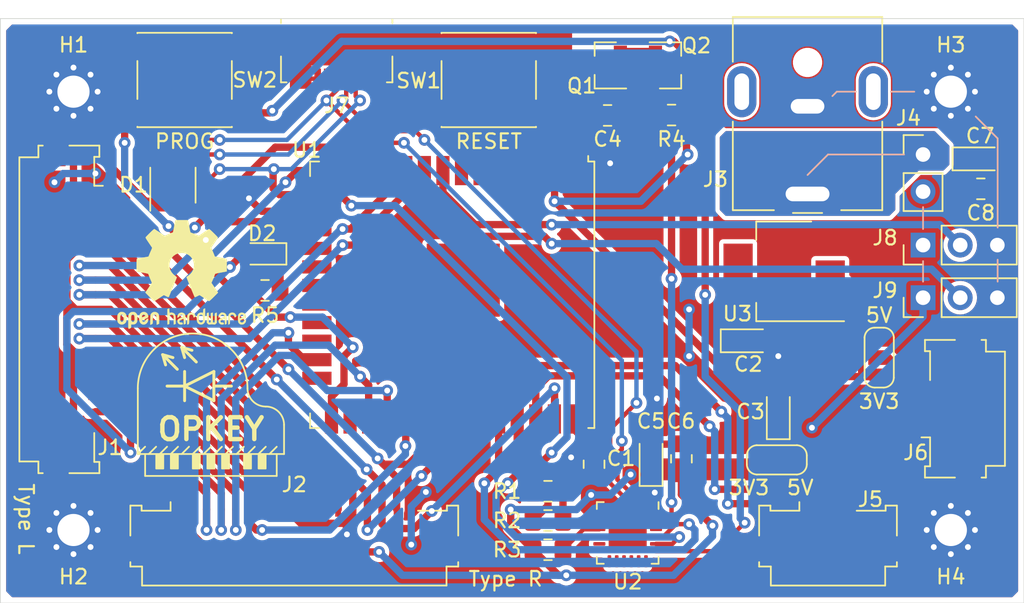
<source format=kicad_pcb>
(kicad_pcb (version 20171130) (host pcbnew "(5.1.2)-2")
  (title_block (title "Main Controller") (rev 1))
  (layers (0 F.Cu mixed) (31 B.Cu power) (34 B.Paste user) (35 F.Paste user) (36 B.SilkS user) (37 F.SilkS user) (38 B.Mask user) (39 F.Mask user) (44 Edge.Cuts user))
  (net 0 "")
  (net 1 GND)
  (net 2 +5V)
  (net 3 +3V3)
  (net 4 DTR)
  (net 5 EN)
  (net 6 USB_VBUS)
  (net 7 USB_D-)
  (net 8 USB_D+)
  (net 9 "Net-(D2-Pad1)")
  (net 10 SCLK1)
  (net 11 SDI1)
  (net 12 SDO1)
  (net 13 HSPI_SCLK)
  (net 14 HSPI_MOSI)
  (net 15 HSPI_MISO)
  (net 16 CS5)
  (net 17 CS4)
  (net 18 CS3)
  (net 19 CS2)
  (net 20 CS1)
  (net 21 CS0)
  (net 22 "Net-(J6-Pad1)")
  (net 23 I2C_SCL)
  (net 24 I2C_SDA)
  (net 25 IO32)
  (net 26 IO33)
  (net 27 RTS)
  (net 28 GPIO0)
  (net 29 "Net-(U1-Pad4)")
  (net 30 "Net-(U1-Pad5)")
  (net 31 "Net-(U1-Pad6)")
  (net 32 "Net-(U1-Pad7)")
  (net 33 IO27)
  (net 34 "Net-(U1-Pad17)")
  (net 35 "Net-(U1-Pad18)")
  (net 36 "Net-(U1-Pad19)")
  (net 37 "Net-(U1-Pad20)")
  (net 38 "Net-(U1-Pad21)")
  (net 39 "Net-(U1-Pad22)")
  (net 40 IO2)
  (net 41 IO4)
  (net 42 "Net-(U1-Pad32)")
  (net 43 RXD0)
  (net 44 TXD0)
  (net 45 "Net-(U2-Pad1)")
  (net 46 "Net-(U2-Pad10)")
  (net 47 "Net-(U2-Pad11)")
  (net 48 "Net-(U2-Pad12)")
  (net 49 "Net-(U2-Pad13)")
  (net 50 "Net-(U2-Pad14)")
  (net 51 "Net-(U2-Pad15)")
  (net 52 "Net-(U2-Pad16)")
  (net 53 "Net-(U2-Pad17)")
  (net 54 "Net-(U2-Pad18)")
  (net 55 "Net-(U2-Pad22)")
  (net 56 "Net-(U2-Pad24)")
  (net 57 "Net-(J3-Pad1)")
  (net 58 "Net-(J5-Pad1)")
  (net 59 "Net-(R1-Pad2)")
  (net 60 "Net-(R3-Pad1)")
  (net 61 "Net-(J7-Pad4)")
  (module RF_Module:ESP32-WROOM-32U (layer F.Cu) (at 60.9 48.9 270)
    (fp_text reference U1 (at -9.9 9.95) (layer F.SilkS))
    (fp_text value ESP32-WROOM-32U)
    (pad 39 smd rect (at -1 -0.755 270) (size 5 5) (layers F.Cu F.Paste F.Mask))
    (pad 1 smd rect (at -8.5 -8.255 270) (size 2 0.9) (layers F.Cu F.Paste F.Mask) (net 1 GND))
    (pad 2 smd rect (at -8.5 -6.985 270) (size 2 0.9) (layers F.Cu F.Paste F.Mask) (net 3 +3V3))
    (pad 3 smd rect (at -8.5 -5.715 270) (size 2 0.9) (layers F.Cu F.Paste F.Mask) (net 5 EN))
    (pad 4 smd rect (at -8.5 -4.445 270) (size 2 0.9) (layers F.Cu F.Paste F.Mask) (net 29 "Net-(U1-Pad4)"))
    (pad 5 smd rect (at -8.5 -3.175 270) (size 2 0.9) (layers F.Cu F.Paste F.Mask) (net 30 "Net-(U1-Pad5)"))
    (pad 6 smd rect (at -8.5 -1.905 270) (size 2 0.9) (layers F.Cu F.Paste F.Mask) (net 31 "Net-(U1-Pad6)"))
    (pad 7 smd rect (at -8.5 -0.635 270) (size 2 0.9) (layers F.Cu F.Paste F.Mask) (net 32 "Net-(U1-Pad7)"))
    (pad 8 smd rect (at -8.5 0.635 270) (size 2 0.9) (layers F.Cu F.Paste F.Mask) (net 25 IO32))
    (pad 9 smd rect (at -8.5 1.905 270) (size 2 0.9) (layers F.Cu F.Paste F.Mask) (net 26 IO33))
    (pad 10 smd rect (at -8.5 3.175 270) (size 2 0.9) (layers F.Cu F.Paste F.Mask) (net 17 CS4))
    (pad 11 smd rect (at -8.5 4.445 270) (size 2 0.9) (layers F.Cu F.Paste F.Mask) (net 16 CS5))
    (pad 12 smd rect (at -8.5 5.715 270) (size 2 0.9) (layers F.Cu F.Paste F.Mask) (net 33 IO27))
    (pad 13 smd rect (at -8.5 6.985 270) (size 2 0.9) (layers F.Cu F.Paste F.Mask) (net 13 HSPI_SCLK))
    (pad 14 smd rect (at -8.5 8.255 270) (size 2 0.9) (layers F.Cu F.Paste F.Mask) (net 15 HSPI_MISO))
    (pad 15 smd rect (at -5.715 9.255 180) (size 2 0.9) (layers F.Cu F.Paste F.Mask) (net 1 GND))
    (pad 16 smd rect (at -4.445 9.255) (size 2 0.9) (layers F.Cu F.Paste F.Mask) (net 14 HSPI_MOSI))
    (pad 17 smd rect (at -3.175 9.255) (size 2 0.9) (layers F.Cu F.Paste F.Mask) (net 34 "Net-(U1-Pad17)"))
    (pad 18 smd rect (at -1.905 9.255) (size 2 0.9) (layers F.Cu F.Paste F.Mask) (net 35 "Net-(U1-Pad18)"))
    (pad 19 smd rect (at -0.635 9.255) (size 2 0.9) (layers F.Cu F.Paste F.Mask) (net 36 "Net-(U1-Pad19)"))
    (pad 20 smd rect (at 0.635 9.255) (size 2 0.9) (layers F.Cu F.Paste F.Mask) (net 37 "Net-(U1-Pad20)"))
    (pad 21 smd rect (at 1.905 9.255) (size 2 0.9) (layers F.Cu F.Paste F.Mask) (net 38 "Net-(U1-Pad21)"))
    (pad 22 smd rect (at 3.175 9.255) (size 2 0.9) (layers F.Cu F.Paste F.Mask) (net 39 "Net-(U1-Pad22)"))
    (pad 23 smd rect (at 4.445 9.255) (size 2 0.9) (layers F.Cu F.Paste F.Mask) (net 21 CS0))
    (pad 24 smd rect (at 5.715 9.255) (size 2 0.9) (layers F.Cu F.Paste F.Mask) (net 40 IO2))
    (pad 25 smd rect (at 8.5 8.255 270) (size 2 0.9) (layers F.Cu F.Paste F.Mask) (net 28 GPIO0))
    (pad 26 smd rect (at 8.5 6.985 270) (size 2 0.9) (layers F.Cu F.Paste F.Mask) (net 41 IO4))
    (pad 27 smd rect (at 8.5 5.715 270) (size 2 0.9) (layers F.Cu F.Paste F.Mask) (net 20 CS1))
    (pad 28 smd rect (at 8.5 4.445 270) (size 2 0.9) (layers F.Cu F.Paste F.Mask) (net 19 CS2))
    (pad 29 smd rect (at 8.5 3.175 270) (size 2 0.9) (layers F.Cu F.Paste F.Mask) (net 18 CS3))
    (pad 30 smd rect (at 8.5 1.905 270) (size 2 0.9) (layers F.Cu F.Paste F.Mask) (net 10 SCLK1))
    (pad 31 smd rect (at 8.5 0.635 270) (size 2 0.9) (layers F.Cu F.Paste F.Mask) (net 12 SDO1))
    (pad 32 smd rect (at 8.5 -0.635 270) (size 2 0.9) (layers F.Cu F.Paste F.Mask) (net 42 "Net-(U1-Pad32)"))
    (pad 33 smd rect (at 8.5 -1.905 270) (size 2 0.9) (layers F.Cu F.Paste F.Mask) (net 24 I2C_SDA))
    (pad 34 smd rect (at 8.5 -3.175 270) (size 2 0.9) (layers F.Cu F.Paste F.Mask) (net 43 RXD0))
    (pad 35 smd rect (at 8.5 -4.445 270) (size 2 0.9) (layers F.Cu F.Paste F.Mask) (net 44 TXD0))
    (pad 36 smd rect (at 8.5 -5.715 270) (size 2 0.9) (layers F.Cu F.Paste F.Mask) (net 23 I2C_SCL))
    (pad 37 smd rect (at 8.5 -6.985 270) (size 2 0.9) (layers F.Cu F.Paste F.Mask) (net 11 SDI1))
    (pad 38 smd rect (at 8.5 -8.255 270) (size 2 0.9) (layers F.Cu F.Paste F.Mask) (net 1 GND))
  )
  (module Symbol:OSHW-Logo2_9.8x8mm_SilkScreen (layer F.Cu) (at 42.4 47.5)
    (fp_text reference REF** hide)
    (fp_text value OSHW-Logo2_9.8x8mm_SilkScreen hide)
  )
  (module OpKey:OpKey_Logo (layer F.Cu) (at 44.4 56.3)
    (fp_text reference REF** hide)
    (fp_text value OpKey_Logo hide)
    (fp_text user OPKEY (at 0 1.8) (layer F.SilkS) (effects (font (size 1.5 1.5) (thickness 0.3))))
  )
  (module Connector_BarrelJack:BarrelJack_CUI_PJ-063AH_Horizontal (layer F.Cu) (at 85.2 42 180)
    (fp_text reference J3 (at 6.3 1) (layer F.SilkS))
    (fp_text value Barrel_Jack)
    (pad "" np_thru_hole circle (at 0 9 180) (size 1.6 1.6) (drill 1.6) (layers *.Cu *.Mask))
    (pad MP thru_hole oval (at 4.5 7 180) (size 2 3.5) (drill oval 1 2.5) (layers *.Cu *.Mask))
    (pad MP thru_hole oval (at -4.5 7 180) (size 2 3.5) (drill oval 1 2.5) (layers *.Cu *.Mask))
    (pad 2 thru_hole oval (at 0 6 180) (size 3.3 2) (drill oval 2.3 1) (layers *.Cu *.Mask) (net 1 GND))
    (pad 1 thru_hole rect (at 0 0 180) (size 4 2) (drill oval 3 1) (layers *.Cu *.Mask) (net 57 "Net-(J3-Pad1)"))
  )
  (module Capacitor_SMD:C_0805_2012Metric_Pad1.15x1.40mm_HandSolder (layer F.Cu) (at 70.6 60.5 90)
    (fp_text reference C1 (at 0.4 1.85 180) (layer F.SilkS))
    (fp_text value 100nF)
    (pad 2 smd roundrect (at 1.025 0 90) (size 1.15 1.4) (layers F.Cu F.Paste F.Mask) (roundrect_rratio 0.217391) (net 1 GND))
    (pad 1 smd roundrect (at -1.025 0 90) (size 1.15 1.4) (layers F.Cu F.Paste F.Mask) (roundrect_rratio 0.217391) (net 3 +3V3))
  )
  (module Capacitor_Tantalum_SMD:CP_EIA-2012-15_AVX-P_Pad1.30x1.05mm_HandSolder (layer F.Cu) (at 81.15 52.05)
    (fp_text reference C2 (at 0 1.6) (layer F.SilkS))
    (fp_text value 47µF)
    (pad 2 smd roundrect (at 0.975 0) (size 1.3 1.05) (layers F.Cu F.Paste F.Mask) (roundrect_rratio 0.238095) (net 1 GND))
    (pad 1 smd roundrect (at -0.975 0) (size 1.3 1.05) (layers F.Cu F.Paste F.Mask) (roundrect_rratio 0.238095) (net 2 +5V))
  )
  (module Capacitor_Tantalum_SMD:CP_EIA-2012-15_AVX-P_Pad1.30x1.05mm_HandSolder (layer F.Cu) (at 83.2 56.9 90)
    (fp_text reference C3 (at 0 -1.9 180) (layer F.SilkS))
    (fp_text value 47µF)
    (pad 1 smd roundrect (at -0.975 0 90) (size 1.3 1.05) (layers F.Cu F.Paste F.Mask) (roundrect_rratio 0.238095) (net 3 +3V3))
    (pad 2 smd roundrect (at 0.975 0 90) (size 1.3 1.05) (layers F.Cu F.Paste F.Mask) (roundrect_rratio 0.238095) (net 1 GND))
  )
  (module Capacitor_SMD:C_0805_2012Metric_Pad1.15x1.40mm_HandSolder (layer F.Cu) (at 71.525009 36.624991)
    (fp_text reference C4 (at 0 1.625009) (layer F.SilkS))
    (fp_text value 100nF)
    (pad 1 smd roundrect (at -1.025 0) (size 1.15 1.4) (layers F.Cu F.Paste F.Mask) (roundrect_rratio 0.217391) (net 5 EN))
    (pad 2 smd roundrect (at 1.025 0) (size 1.15 1.4) (layers F.Cu F.Paste F.Mask) (roundrect_rratio 0.217391) (net 4 DTR))
  )
  (module Capacitor_Tantalum_SMD:CP_EIA-2012-15_AVX-P_Pad1.30x1.05mm_HandSolder (layer F.Cu) (at 74.5 60.1 90)
    (fp_text reference C5 (at 2.55 0 180) (layer F.SilkS))
    (fp_text value 10uF)
    (pad 1 smd roundrect (at -0.975 0 90) (size 1.3 1.05) (layers F.Cu F.Paste F.Mask) (roundrect_rratio 0.238095) (net 3 +3V3))
    (pad 2 smd roundrect (at 0.975 0 90) (size 1.3 1.05) (layers F.Cu F.Paste F.Mask) (roundrect_rratio 0.238095) (net 1 GND))
  )
  (module Capacitor_SMD:C_0805_2012Metric_Pad1.15x1.40mm_HandSolder (layer F.Cu) (at 76.575011 60.125009 270)
    (fp_text reference C6 (at -2.575009 0.025011 180) (layer F.SilkS))
    (fp_text value 100nF)
    (pad 2 smd roundrect (at 1.025 0 270) (size 1.15 1.4) (layers F.Cu F.Paste F.Mask) (roundrect_rratio 0.217391) (net 3 +3V3))
    (pad 1 smd roundrect (at -1.025 0 270) (size 1.15 1.4) (layers F.Cu F.Paste F.Mask) (roundrect_rratio 0.217391) (net 1 GND))
  )
  (module Capacitor_Tantalum_SMD:CP_EIA-2012-15_AVX-P_Pad1.30x1.05mm_HandSolder (layer F.Cu) (at 97 39.6)
    (fp_text reference C7 (at 0 -1.58) (layer F.SilkS))
    (fp_text value 10uF)
    (pad 2 smd roundrect (at 0.975 0) (size 1.3 1.05) (layers F.Cu F.Paste F.Mask) (roundrect_rratio 0.238095) (net 1 GND))
    (pad 1 smd roundrect (at -0.975 0) (size 1.3 1.05) (layers F.Cu F.Paste F.Mask) (roundrect_rratio 0.238095) (net 2 +5V))
  )
  (module Capacitor_SMD:C_0805_2012Metric_Pad1.15x1.40mm_HandSolder (layer F.Cu) (at 97.05 41.65 180)
    (fp_text reference C8 (at 0 -1.65) (layer F.SilkS))
    (fp_text value 100nF)
    (pad 1 smd roundrect (at -1.025 0 180) (size 1.15 1.4) (layers F.Cu F.Paste F.Mask) (roundrect_rratio 0.217391) (net 1 GND))
    (pad 2 smd roundrect (at 1.025 0 180) (size 1.15 1.4) (layers F.Cu F.Paste F.Mask) (roundrect_rratio 0.217391) (net 2 +5V))
  )
  (module Package_TO_SOT_SMD:SOT-143 (layer F.Cu) (at 41.8 41.4 90)
    (fp_text reference D1 (at 0.02 -2.7 180) (layer F.SilkS))
    (fp_text value SP0503BAHT)
    (pad 4 smd rect (at 1.1 -0.95) (size 1 1.4) (layers F.Cu F.Paste F.Mask) (net 8 USB_D+))
    (pad 3 smd rect (at 1.1 0.95) (size 1 1.4) (layers F.Cu F.Paste F.Mask) (net 7 USB_D-))
    (pad 2 smd rect (at -1.1 0.95) (size 1 1.4) (layers F.Cu F.Paste F.Mask) (net 6 USB_VBUS))
    (pad 1 smd rect (at -1.1 -0.77) (size 1.2 1.4) (layers F.Cu F.Paste F.Mask) (net 1 GND))
  )
  (module LED_SMD:LED_0603_1608Metric_Pad1.05x0.95mm_HandSolder (layer F.Cu) (at 47.9 46.1 180)
    (fp_text reference D2 (at 0 1.4) (layer F.SilkS))
    (fp_text value LED_Blue_2V6_2mA)
    (pad 2 smd roundrect (at 0.875 0 180) (size 1.05 0.95) (layers F.Cu F.Paste F.Mask) (net 3 +3V3))
    (pad 1 smd roundrect (at -0.875 0 180) (size 1.05 0.95) (layers F.Cu F.Paste F.Mask) (net 9 "Net-(D2-Pad1)"))
  )
  (module MountingHole:MountingHole_2.2mm_M2_Pad_Via (layer F.Cu) (at 35 35)
    (fp_text reference H1 (at 0 -3.2) (layer F.SilkS))
    (fp_text value M2)
    (pad 1 thru_hole circle (at 0 0) (size 4.4 4.4) (drill 2.2) (layers *.Cu *.Mask) (net 1 GND))
    (pad 1 thru_hole circle (at 1.65 0) (size 0.7 0.7) (drill 0.4) (layers *.Cu *.Mask) (net 1 GND))
    (pad 1 thru_hole circle (at 1.166726 1.166726) (size 0.7 0.7) (drill 0.4) (layers *.Cu *.Mask) (net 1 GND))
    (pad 1 thru_hole circle (at 0 1.65) (size 0.7 0.7) (drill 0.4) (layers *.Cu *.Mask) (net 1 GND))
    (pad 1 thru_hole circle (at -1.166726 1.166726) (size 0.7 0.7) (drill 0.4) (layers *.Cu *.Mask) (net 1 GND))
    (pad 1 thru_hole circle (at -1.65 0) (size 0.7 0.7) (drill 0.4) (layers *.Cu *.Mask) (net 1 GND))
    (pad 1 thru_hole circle (at -1.166726 -1.166726) (size 0.7 0.7) (drill 0.4) (layers *.Cu *.Mask) (net 1 GND))
    (pad 1 thru_hole circle (at 0 -1.65) (size 0.7 0.7) (drill 0.4) (layers *.Cu *.Mask) (net 1 GND))
    (pad 1 thru_hole circle (at 1.166726 -1.166726) (size 0.7 0.7) (drill 0.4) (layers *.Cu *.Mask) (net 1 GND))
  )
  (module MountingHole:MountingHole_2.2mm_M2_Pad_Via (layer F.Cu) (at 35 65)
    (fp_text reference H2 (at 0 3.2) (layer F.SilkS))
    (fp_text value M2)
    (pad 1 thru_hole circle (at 1.166726 -1.166726) (size 0.7 0.7) (drill 0.4) (layers *.Cu *.Mask) (net 1 GND))
    (pad 1 thru_hole circle (at 0 -1.65) (size 0.7 0.7) (drill 0.4) (layers *.Cu *.Mask) (net 1 GND))
    (pad 1 thru_hole circle (at -1.166726 -1.166726) (size 0.7 0.7) (drill 0.4) (layers *.Cu *.Mask) (net 1 GND))
    (pad 1 thru_hole circle (at -1.65 0) (size 0.7 0.7) (drill 0.4) (layers *.Cu *.Mask) (net 1 GND))
    (pad 1 thru_hole circle (at -1.166726 1.166726) (size 0.7 0.7) (drill 0.4) (layers *.Cu *.Mask) (net 1 GND))
    (pad 1 thru_hole circle (at 0 1.65) (size 0.7 0.7) (drill 0.4) (layers *.Cu *.Mask) (net 1 GND))
    (pad 1 thru_hole circle (at 1.166726 1.166726) (size 0.7 0.7) (drill 0.4) (layers *.Cu *.Mask) (net 1 GND))
    (pad 1 thru_hole circle (at 1.65 0) (size 0.7 0.7) (drill 0.4) (layers *.Cu *.Mask) (net 1 GND))
    (pad 1 thru_hole circle (at 0 0) (size 4.4 4.4) (drill 2.2) (layers *.Cu *.Mask) (net 1 GND))
  )
  (module MountingHole:MountingHole_2.2mm_M2_Pad_Via (layer F.Cu) (at 95 35)
    (fp_text reference H3 (at 0 -3.2) (layer F.SilkS))
    (fp_text value M2)
    (pad 1 thru_hole circle (at 1.166726 -1.166726) (size 0.7 0.7) (drill 0.4) (layers *.Cu *.Mask) (net 1 GND))
    (pad 1 thru_hole circle (at 0 -1.65) (size 0.7 0.7) (drill 0.4) (layers *.Cu *.Mask) (net 1 GND))
    (pad 1 thru_hole circle (at -1.166726 -1.166726) (size 0.7 0.7) (drill 0.4) (layers *.Cu *.Mask) (net 1 GND))
    (pad 1 thru_hole circle (at -1.65 0) (size 0.7 0.7) (drill 0.4) (layers *.Cu *.Mask) (net 1 GND))
    (pad 1 thru_hole circle (at -1.166726 1.166726) (size 0.7 0.7) (drill 0.4) (layers *.Cu *.Mask) (net 1 GND))
    (pad 1 thru_hole circle (at 0 1.65) (size 0.7 0.7) (drill 0.4) (layers *.Cu *.Mask) (net 1 GND))
    (pad 1 thru_hole circle (at 1.166726 1.166726) (size 0.7 0.7) (drill 0.4) (layers *.Cu *.Mask) (net 1 GND))
    (pad 1 thru_hole circle (at 1.65 0) (size 0.7 0.7) (drill 0.4) (layers *.Cu *.Mask) (net 1 GND))
    (pad 1 thru_hole circle (at 0 0) (size 4.4 4.4) (drill 2.2) (layers *.Cu *.Mask) (net 1 GND))
  )
  (module MountingHole:MountingHole_2.2mm_M2_Pad_Via (layer F.Cu) (at 95 65)
    (fp_text reference H4 (at 0 3.2) (layer F.SilkS))
    (fp_text value M2)
    (pad 1 thru_hole circle (at 0 0) (size 4.4 4.4) (drill 2.2) (layers *.Cu *.Mask) (net 1 GND))
    (pad 1 thru_hole circle (at 1.65 0) (size 0.7 0.7) (drill 0.4) (layers *.Cu *.Mask) (net 1 GND))
    (pad 1 thru_hole circle (at 1.166726 1.166726) (size 0.7 0.7) (drill 0.4) (layers *.Cu *.Mask) (net 1 GND))
    (pad 1 thru_hole circle (at 0 1.65) (size 0.7 0.7) (drill 0.4) (layers *.Cu *.Mask) (net 1 GND))
    (pad 1 thru_hole circle (at -1.166726 1.166726) (size 0.7 0.7) (drill 0.4) (layers *.Cu *.Mask) (net 1 GND))
    (pad 1 thru_hole circle (at -1.65 0) (size 0.7 0.7) (drill 0.4) (layers *.Cu *.Mask) (net 1 GND))
    (pad 1 thru_hole circle (at -1.166726 -1.166726) (size 0.7 0.7) (drill 0.4) (layers *.Cu *.Mask) (net 1 GND))
    (pad 1 thru_hole circle (at 0 -1.65) (size 0.7 0.7) (drill 0.4) (layers *.Cu *.Mask) (net 1 GND))
    (pad 1 thru_hole circle (at 1.166726 -1.166726) (size 0.7 0.7) (drill 0.4) (layers *.Cu *.Mask) (net 1 GND))
  )
  (module Connector_FFC-FPC:Molex_200528-0170_1x17-1MP_P1.00mm_Horizontal (layer F.Cu) (at 35.6 49.9 270)
    (fp_text reference J1 (at 9.45 -1.9 180) (layer F.SilkS))
    (fp_text value Conn_01x17)
    (pad 17 smd rect (at 8 -0.91 270) (size 0.4 1) (layers F.Cu F.Paste F.Mask) (net 2 +5V))
    (pad 16 smd rect (at 7 -0.91 270) (size 0.4 1) (layers F.Cu F.Paste F.Mask) (net 3 +3V3))
    (pad 15 smd rect (at 6 -0.91 270) (size 0.4 1) (layers F.Cu F.Paste F.Mask) (net 21 CS0))
    (pad 14 smd rect (at 5 -0.91 270) (size 0.4 1) (layers F.Cu F.Paste F.Mask) (net 20 CS1))
    (pad 13 smd rect (at 4 -0.91 270) (size 0.4 1) (layers F.Cu F.Paste F.Mask) (net 19 CS2))
    (pad 12 smd rect (at 3 -0.91 270) (size 0.4 1) (layers F.Cu F.Paste F.Mask) (net 18 CS3))
    (pad 11 smd rect (at 2 -0.91 270) (size 0.4 1) (layers F.Cu F.Paste F.Mask) (net 17 CS4))
    (pad 10 smd rect (at 1 -0.91 270) (size 0.4 1) (layers F.Cu F.Paste F.Mask) (net 16 CS5))
    (pad 9 smd rect (at 0 -0.91 270) (size 0.4 1) (layers F.Cu F.Paste F.Mask) (net 1 GND))
    (pad 8 smd rect (at -1 -0.91 270) (size 0.4 1) (layers F.Cu F.Paste F.Mask) (net 15 HSPI_MISO))
    (pad 7 smd rect (at -2 -0.91 270) (size 0.4 1) (layers F.Cu F.Paste F.Mask) (net 14 HSPI_MOSI))
    (pad 6 smd rect (at -3 -0.91 270) (size 0.4 1) (layers F.Cu F.Paste F.Mask) (net 13 HSPI_SCLK))
    (pad 5 smd rect (at -4 -0.91 270) (size 0.4 1) (layers F.Cu F.Paste F.Mask) (net 1 GND))
    (pad 4 smd rect (at -5 -0.91 270) (size 0.4 1) (layers F.Cu F.Paste F.Mask) (net 12 SDO1))
    (pad 3 smd rect (at -6 -0.91 270) (size 0.4 1) (layers F.Cu F.Paste F.Mask) (net 11 SDI1))
    (pad 2 smd rect (at -7 -0.91 270) (size 0.4 1) (layers F.Cu F.Paste F.Mask) (net 10 SCLK1))
    (pad 1 smd rect (at -8 -0.91 270) (size 0.4 1) (layers F.Cu F.Paste F.Mask) (net 2 +5V))
    (pad MP smd rect (at 10.8 1.79 270) (size 2 1.3) (layers F.Cu F.Paste F.Mask))
    (pad MP smd rect (at -10.8 1.79 270) (size 2 1.3) (layers F.Cu F.Paste F.Mask))
  )
  (module Connector_FFC-FPC:Molex_200528-0170_1x17-1MP_P1.00mm_Horizontal (layer F.Cu) (at 50.1 64.5)
    (fp_text reference J2 (at 0 -2.61) (layer F.SilkS))
    (fp_text value Conn_01x17)
    (pad MP smd rect (at -10.8 1.79) (size 2 1.3) (layers F.Cu F.Paste F.Mask))
    (pad MP smd rect (at 10.8 1.79) (size 2 1.3) (layers F.Cu F.Paste F.Mask))
    (pad 1 smd rect (at -8 -0.91) (size 0.4 1) (layers F.Cu F.Paste F.Mask) (net 2 +5V))
    (pad 2 smd rect (at -7 -0.91) (size 0.4 1) (layers F.Cu F.Paste F.Mask) (net 3 +3V3))
    (pad 3 smd rect (at -6 -0.91) (size 0.4 1) (layers F.Cu F.Paste F.Mask) (net 21 CS0))
    (pad 4 smd rect (at -5 -0.91) (size 0.4 1) (layers F.Cu F.Paste F.Mask) (net 20 CS1))
    (pad 5 smd rect (at -4 -0.91) (size 0.4 1) (layers F.Cu F.Paste F.Mask) (net 19 CS2))
    (pad 6 smd rect (at -3 -0.91) (size 0.4 1) (layers F.Cu F.Paste F.Mask) (net 18 CS3))
    (pad 7 smd rect (at -2 -0.91) (size 0.4 1) (layers F.Cu F.Paste F.Mask) (net 17 CS4))
    (pad 8 smd rect (at -1 -0.91) (size 0.4 1) (layers F.Cu F.Paste F.Mask) (net 16 CS5))
    (pad 9 smd rect (at 0 -0.91) (size 0.4 1) (layers F.Cu F.Paste F.Mask) (net 1 GND))
    (pad 10 smd rect (at 1 -0.91) (size 0.4 1) (layers F.Cu F.Paste F.Mask) (net 15 HSPI_MISO))
    (pad 11 smd rect (at 2 -0.91) (size 0.4 1) (layers F.Cu F.Paste F.Mask) (net 14 HSPI_MOSI))
    (pad 12 smd rect (at 3 -0.91) (size 0.4 1) (layers F.Cu F.Paste F.Mask) (net 13 HSPI_SCLK))
    (pad 13 smd rect (at 4 -0.91) (size 0.4 1) (layers F.Cu F.Paste F.Mask) (net 1 GND))
    (pad 14 smd rect (at 5 -0.91) (size 0.4 1) (layers F.Cu F.Paste F.Mask) (net 12 SDO1))
    (pad 15 smd rect (at 6 -0.91) (size 0.4 1) (layers F.Cu F.Paste F.Mask) (net 11 SDI1))
    (pad 16 smd rect (at 7 -0.91) (size 0.4 1) (layers F.Cu F.Paste F.Mask) (net 10 SCLK1))
    (pad 17 smd rect (at 8 -0.91) (size 0.4 1) (layers F.Cu F.Paste F.Mask) (net 2 +5V))
  )
  (module Connector_FFC-FPC:Molex_200528-0040_1x04-1MP_P1.00mm_Horizontal (layer F.Cu) (at 86.6 64.5)
    (fp_text reference J5 (at 2.9 -1.6) (layer F.SilkS))
    (fp_text value Conn_01x04)
    (pad 4 smd rect (at 1.5 -0.91) (size 0.4 1) (layers F.Cu F.Paste F.Mask) (net 1 GND))
    (pad 3 smd rect (at 0.5 -0.91) (size 0.4 1) (layers F.Cu F.Paste F.Mask) (net 24 I2C_SDA))
    (pad 2 smd rect (at -0.5 -0.91) (size 0.4 1) (layers F.Cu F.Paste F.Mask) (net 23 I2C_SCL))
    (pad 1 smd rect (at -1.5 -0.91) (size 0.4 1) (layers F.Cu F.Paste F.Mask) (net 58 "Net-(J5-Pad1)"))
    (pad MP smd rect (at 4.3 1.79) (size 2 1.3) (layers F.Cu F.Paste F.Mask))
    (pad MP smd rect (at -4.3 1.79) (size 2 1.3) (layers F.Cu F.Paste F.Mask))
  )
  (module Connector_FFC-FPC:Molex_200528-0040_1x04-1MP_P1.00mm_Horizontal (layer F.Cu) (at 94.4 56.7 90)
    (fp_text reference J6 (at -3 -1.8 180) (layer F.SilkS))
    (fp_text value Conn_01x04)
    (pad MP smd rect (at -4.3 1.79 90) (size 2 1.3) (layers F.Cu F.Paste F.Mask))
    (pad MP smd rect (at 4.3 1.79 90) (size 2 1.3) (layers F.Cu F.Paste F.Mask))
    (pad 1 smd rect (at -1.5 -0.91 90) (size 0.4 1) (layers F.Cu F.Paste F.Mask) (net 22 "Net-(J6-Pad1)"))
    (pad 2 smd rect (at -0.5 -0.91 90) (size 0.4 1) (layers F.Cu F.Paste F.Mask) (net 23 I2C_SCL))
    (pad 3 smd rect (at 0.5 -0.91 90) (size 0.4 1) (layers F.Cu F.Paste F.Mask) (net 24 I2C_SDA))
    (pad 4 smd rect (at 1.5 -0.91 90) (size 0.4 1) (layers F.Cu F.Paste F.Mask) (net 1 GND))
  )
  (module Connector_PinHeader_2.54mm:PinHeader_1x03_P2.54mm_Vertical (layer F.Cu) (at 93.1 45.5 90)
    (fp_text reference J8 (at 0.5 -2.6 180) (layer F.SilkS))
    (fp_text value Conn_01x03)
    (pad 3 thru_hole oval (at 0 5.08 90) (size 1.7 1.7) (drill 1) (layers *.Cu *.Mask) (net 1 GND))
    (pad 2 thru_hole oval (at 0 2.54 90) (size 1.7 1.7) (drill 1) (layers *.Cu *.Mask) (net 25 IO32))
    (pad 1 thru_hole rect (at 0 0 90) (size 1.7 1.7) (drill 1) (layers *.Cu *.Mask) (net 2 +5V))
  )
  (module Connector_PinHeader_2.54mm:PinHeader_1x03_P2.54mm_Vertical (layer F.Cu) (at 93.1 49.1 90)
    (fp_text reference J9 (at 0.5 -2.6 180) (layer F.SilkS))
    (fp_text value Conn_01x03)
    (pad 1 thru_hole rect (at 0 0 90) (size 1.7 1.7) (drill 1) (layers *.Cu *.Mask) (net 2 +5V))
    (pad 2 thru_hole oval (at 0 2.54 90) (size 1.7 1.7) (drill 1) (layers *.Cu *.Mask) (net 26 IO33))
    (pad 3 thru_hole oval (at 0 5.08 90) (size 1.7 1.7) (drill 1) (layers *.Cu *.Mask) (net 1 GND))
  )
  (module Jumper:SolderJumper-3_P1.3mm_Open_RoundedPad1.0x1.5mm_NumberLabels (layer F.Cu) (at 83.1 60.2 180)
    (fp_text reference JP1 hide)
    (fp_text value SolderJumper_3_Open)
    (fp_text user 3V3 (at 1.9 -1.9) (layer F.SilkS))
    (fp_text user 5V (at -1.6 -1.9) (layer F.SilkS))
    (pad 1 smd custom (at -1.3 0 180) (size 1 0.5) (layers F.Cu F.Mask) (net 2 +5V) (options (clearance outline) (anchor rect)) (primitives (gr_circle (center 0 0.25) (end 0.5 0.25) (width 0)) (gr_circle (center 0 -0.25) (end 0.5 -0.25) (width 0)) (gr_poly (pts (xy 0.55 -0.75) (xy 0 -0.75) (xy 0 0.75) (xy 0.55 0.75)) (width 0))))
    (pad 3 smd custom (at 1.3 0 180) (size 1 0.5) (layers F.Cu F.Mask) (net 3 +3V3) (options (clearance outline) (anchor rect)) (primitives (gr_circle (center 0 0.25) (end 0.5 0.25) (width 0)) (gr_circle (center 0 -0.25) (end 0.5 -0.25) (width 0)) (gr_poly (pts (xy -0.55 -0.75) (xy 0 -0.75) (xy 0 0.75) (xy -0.55 0.75)) (width 0))))
    (pad 2 smd rect (at 0 0 180) (size 1 1.5) (layers F.Cu F.Mask) (net 58 "Net-(J5-Pad1)"))
  )
  (module Jumper:SolderJumper-3_P1.3mm_Open_RoundedPad1.0x1.5mm_NumberLabels (layer F.Cu) (at 90.1 53.2 270)
    (fp_text reference JP2 hide)
    (fp_text value SolderJumper_3_Open)
    (fp_text user 5V (at -2.9 0 180) (layer F.SilkS))
    (fp_text user 3V3 (at 3 0 180) (layer F.SilkS))
    (pad 2 smd rect (at 0 0 270) (size 1 1.5) (layers F.Cu F.Mask) (net 22 "Net-(J6-Pad1)"))
    (pad 3 smd custom (at 1.3 0 270) (size 1 0.5) (layers F.Cu F.Mask) (net 3 +3V3) (options (clearance outline) (anchor rect)) (primitives (gr_circle (center 0 0.25) (end 0.5 0.25) (width 0)) (gr_circle (center 0 -0.25) (end 0.5 -0.25) (width 0)) (gr_poly (pts (xy -0.55 -0.75) (xy 0 -0.75) (xy 0 0.75) (xy -0.55 0.75)) (width 0))))
    (pad 1 smd custom (at -1.3 0 270) (size 1 0.5) (layers F.Cu F.Mask) (net 2 +5V) (options (clearance outline) (anchor rect)) (primitives (gr_circle (center 0 0.25) (end 0.5 0.25) (width 0)) (gr_circle (center 0 -0.25) (end 0.5 -0.25) (width 0)) (gr_poly (pts (xy 0.55 -0.75) (xy 0 -0.75) (xy 0 0.75) (xy 0.55 0.75)) (width 0))))
  )
  (module Package_TO_SOT_SMD:SOT-23 (layer F.Cu) (at 71.4 33.2 180)
    (fp_text reference Q1 (at 1.65 -1.4) (layer F.SilkS))
    (fp_text value 2N7002)
    (pad 1 smd rect (at -1 -0.95 180) (size 0.9 0.8) (layers F.Cu F.Paste F.Mask) (net 4 DTR))
    (pad 2 smd rect (at -1 0.95 180) (size 0.9 0.8) (layers F.Cu F.Paste F.Mask) (net 27 RTS))
    (pad 3 smd rect (at 1 0 180) (size 0.9 0.8) (layers F.Cu F.Paste F.Mask) (net 5 EN))
  )
  (module Package_TO_SOT_SMD:SOT-23 (layer F.Cu) (at 75.8 33.2)
    (fp_text reference Q2 (at 1.8 -1.35) (layer F.SilkS))
    (fp_text value 2N7002)
    (pad 3 smd rect (at 1 0) (size 0.9 0.8) (layers F.Cu F.Paste F.Mask) (net 28 GPIO0))
    (pad 2 smd rect (at -1 0.95) (size 0.9 0.8) (layers F.Cu F.Paste F.Mask) (net 4 DTR))
    (pad 1 smd rect (at -1 -0.95) (size 0.9 0.8) (layers F.Cu F.Paste F.Mask) (net 27 RTS))
  )
  (module Resistor_SMD:R_0805_2012Metric_Pad1.15x1.40mm_HandSolder (layer F.Cu) (at 67.45 62.35)
    (fp_text reference R1 (at -2.8 0) (layer F.SilkS))
    (fp_text value 24k)
    (pad 2 smd roundrect (at 1.025 0) (size 1.15 1.4) (layers F.Cu F.Paste F.Mask) (roundrect_rratio 0.217391) (net 59 "Net-(R1-Pad2)"))
    (pad 1 smd roundrect (at -1.025 0) (size 1.15 1.4) (layers F.Cu F.Paste F.Mask) (roundrect_rratio 0.217391) (net 6 USB_VBUS))
  )
  (module Resistor_SMD:R_0805_2012Metric_Pad1.15x1.40mm_HandSolder (layer F.Cu) (at 67.45 64.35)
    (fp_text reference R2 (at -2.8 0) (layer F.SilkS))
    (fp_text value 47k)
    (pad 2 smd roundrect (at 1.025 0) (size 1.15 1.4) (layers F.Cu F.Paste F.Mask) (roundrect_rratio 0.217391) (net 59 "Net-(R1-Pad2)"))
    (pad 1 smd roundrect (at -1.025 0) (size 1.15 1.4) (layers F.Cu F.Paste F.Mask) (roundrect_rratio 0.217391) (net 1 GND))
  )
  (module Resistor_SMD:R_0805_2012Metric_Pad1.15x1.40mm_HandSolder (layer F.Cu) (at 67.45 66.35 180)
    (fp_text reference R3 (at 2.8 0) (layer F.SilkS))
    (fp_text value 4k7)
    (pad 1 smd roundrect (at -1.025 0 180) (size 1.15 1.4) (layers F.Cu F.Paste F.Mask) (roundrect_rratio 0.217391) (net 60 "Net-(R3-Pad1)"))
    (pad 2 smd roundrect (at 1.025 0 180) (size 1.15 1.4) (layers F.Cu F.Paste F.Mask) (roundrect_rratio 0.217391) (net 3 +3V3))
  )
  (module Resistor_SMD:R_0805_2012Metric_Pad1.15x1.40mm_HandSolder (layer F.Cu) (at 75.9 36.6)
    (fp_text reference R4 (at 0 1.65) (layer F.SilkS))
    (fp_text value 10k)
    (pad 1 smd roundrect (at -1.025 0) (size 1.15 1.4) (layers F.Cu F.Paste F.Mask) (roundrect_rratio 0.217391) (net 5 EN))
    (pad 2 smd roundrect (at 1.025 0) (size 1.15 1.4) (layers F.Cu F.Paste F.Mask) (roundrect_rratio 0.217391) (net 3 +3V3))
  )
  (module Resistor_SMD:R_0805_2012Metric_Pad1.15x1.40mm_HandSolder (layer F.Cu) (at 48.1 48.6)
    (fp_text reference R5 (at 0 1.7) (layer F.SilkS))
    (fp_text value 1k)
    (pad 2 smd roundrect (at 1.025 0) (size 1.15 1.4) (layers F.Cu F.Paste F.Mask) (roundrect_rratio 0.217391) (net 9 "Net-(D2-Pad1)"))
    (pad 1 smd roundrect (at -1.025 0) (size 1.15 1.4) (layers F.Cu F.Paste F.Mask) (roundrect_rratio 0.217391) (net 28 GPIO0))
  )
  (module Button_Switch_SMD:SW_SPST_PTS645 (layer F.Cu) (at 63.4 34.2)
    (fp_text reference SW1 (at -4.8 0.05) (layer F.SilkS))
    (fp_text value SW_Push)
    (pad 2 smd rect (at 3.98 2.25) (size 1.55 1.3) (layers F.Cu F.Paste F.Mask) (net 5 EN))
    (pad 1 smd rect (at 3.98 -2.25) (size 1.55 1.3) (layers F.Cu F.Paste F.Mask) (net 1 GND))
    (pad 1 smd rect (at -3.98 -2.25) (size 1.55 1.3) (layers F.Cu F.Paste F.Mask) (net 1 GND))
    (pad 2 smd rect (at -3.98 2.25) (size 1.55 1.3) (layers F.Cu F.Paste F.Mask) (net 5 EN))
  )
  (module Button_Switch_SMD:SW_SPST_PTS645 (layer F.Cu) (at 42.6 34.2)
    (fp_text reference SW2 (at 4.8 0) (layer F.SilkS))
    (fp_text value SW_Push)
    (pad 2 smd rect (at -3.98 2.25) (size 1.55 1.3) (layers F.Cu F.Paste F.Mask) (net 28 GPIO0))
    (pad 1 smd rect (at -3.98 -2.25) (size 1.55 1.3) (layers F.Cu F.Paste F.Mask) (net 1 GND))
    (pad 1 smd rect (at 3.98 -2.25) (size 1.55 1.3) (layers F.Cu F.Paste F.Mask) (net 1 GND))
    (pad 2 smd rect (at 3.98 2.25) (size 1.55 1.3) (layers F.Cu F.Paste F.Mask) (net 28 GPIO0))
  )
  (module Package_DFN_QFN:QFN-24-1EP_4x4mm_P0.5mm_EP2.6x2.6mm (layer F.Cu) (at 72.9 65.2 270)
    (fp_text reference U2 (at 3.35 0 180) (layer F.SilkS))
    (fp_text value CP2104)
    (pad 25 smd roundrect (at 0 0 270) (size 2.6 2.6) (layers F.Cu F.Mask) (roundrect_rratio 0.096154) (net 1 GND))
    (pad 1 smd roundrect (at -1.9375 -1.25 270) (size 0.825 0.25) (layers F.Cu F.Paste F.Mask) (net 45 "Net-(U2-Pad1)"))
    (pad 2 smd roundrect (at -1.9375 -0.75 270) (size 0.825 0.25) (layers F.Cu F.Paste F.Mask) (net 1 GND))
    (pad 3 smd roundrect (at -1.9375 -0.25 270) (size 0.825 0.25) (layers F.Cu F.Paste F.Mask) (net 8 USB_D+))
    (pad 4 smd roundrect (at -1.9375 0.25 270) (size 0.825 0.25) (layers F.Cu F.Paste F.Mask) (net 7 USB_D-))
    (pad 5 smd roundrect (at -1.9375 0.75 270) (size 0.825 0.25) (layers F.Cu F.Paste F.Mask) (net 3 +3V3))
    (pad 6 smd roundrect (at -1.9375 1.25 270) (size 0.825 0.25) (layers F.Cu F.Paste F.Mask) (net 3 +3V3))
    (pad 7 smd roundrect (at -1.25 1.9375 270) (size 0.25 0.825) (layers F.Cu F.Paste F.Mask) (net 3 +3V3))
    (pad 8 smd roundrect (at -0.75 1.9375 270) (size 0.25 0.825) (layers F.Cu F.Paste F.Mask) (net 59 "Net-(R1-Pad2)"))
    (pad 9 smd roundrect (at -0.25 1.9375 270) (size 0.25 0.825) (layers F.Cu F.Paste F.Mask) (net 60 "Net-(R3-Pad1)"))
    (pad 10 smd roundrect (at 0.25 1.9375 270) (size 0.25 0.825) (layers F.Cu F.Paste F.Mask) (net 46 "Net-(U2-Pad10)"))
    (pad 11 smd roundrect (at 0.75 1.9375 270) (size 0.25 0.825) (layers F.Cu F.Paste F.Mask) (net 47 "Net-(U2-Pad11)"))
    (pad 12 smd roundrect (at 1.25 1.9375 270) (size 0.25 0.825) (layers F.Cu F.Paste F.Mask) (net 48 "Net-(U2-Pad12)"))
    (pad 13 smd roundrect (at 1.9375 1.25 270) (size 0.825 0.25) (layers F.Cu F.Paste F.Mask) (net 49 "Net-(U2-Pad13)"))
    (pad 14 smd roundrect (at 1.9375 0.75 270) (size 0.825 0.25) (layers F.Cu F.Paste F.Mask) (net 50 "Net-(U2-Pad14)"))
    (pad 15 smd roundrect (at 1.9375 0.25 270) (size 0.825 0.25) (layers F.Cu F.Paste F.Mask) (net 51 "Net-(U2-Pad15)"))
    (pad 16 smd roundrect (at 1.9375 -0.25 270) (size 0.825 0.25) (layers F.Cu F.Paste F.Mask) (net 52 "Net-(U2-Pad16)"))
    (pad 17 smd roundrect (at 1.9375 -0.75 270) (size 0.825 0.25) (layers F.Cu F.Paste F.Mask) (net 53 "Net-(U2-Pad17)"))
    (pad 18 smd roundrect (at 1.9375 -1.25 270) (size 0.825 0.25) (layers F.Cu F.Paste F.Mask) (net 54 "Net-(U2-Pad18)"))
    (pad 19 smd roundrect (at 1.25 -1.9375 270) (size 0.25 0.825) (layers F.Cu F.Paste F.Mask) (net 27 RTS))
    (pad 20 smd roundrect (at 0.75 -1.9375 270) (size 0.25 0.825) (layers F.Cu F.Paste F.Mask) (net 44 TXD0))
    (pad 21 smd roundrect (at 0.25 -1.9375 270) (size 0.25 0.825) (layers F.Cu F.Paste F.Mask) (net 43 RXD0))
    (pad 22 smd roundrect (at -0.25 -1.9375 270) (size 0.25 0.825) (layers F.Cu F.Paste F.Mask) (net 55 "Net-(U2-Pad22)"))
    (pad 23 smd roundrect (at -0.75 -1.9375 270) (size 0.25 0.825) (layers F.Cu F.Paste F.Mask) (net 4 DTR))
    (pad 24 smd roundrect (at -1.25 -1.9375 270) (size 0.25 0.825) (layers F.Cu F.Paste F.Mask) (net 56 "Net-(U2-Pad24)"))
  )
  (module Package_TO_SOT_SMD:SOT-223 (layer F.Cu) (at 83.6 47.3 180)
    (fp_text reference U3 (at 3.2 -2.9 180) (layer F.SilkS))
    (fp_text value LM1117-3.3)
    (pad 1 smd rect (at -3.15 -2.3 180) (size 2 1.5) (layers F.Cu F.Paste F.Mask) (net 1 GND))
    (pad 3 smd rect (at -3.15 2.3 180) (size 2 1.5) (layers F.Cu F.Paste F.Mask) (net 2 +5V))
    (pad 2 smd rect (at -3.15 0 180) (size 2 1.5) (layers F.Cu F.Paste F.Mask) (net 3 +3V3))
    (pad 4 smd rect (at 3.15 0 180) (size 2 3.8) (layers F.Cu F.Paste F.Mask))
  )
  (module Connector_PinHeader_2.54mm:PinHeader_1x02_P2.54mm_Vertical (layer F.Cu) (at 93.1 39.3)
    (fp_text reference J4 (at -1 -2.5 180) (layer F.SilkS))
    (fp_text value Conn_01x02)
    (pad 1 thru_hole rect (at 0 0) (size 1.7 1.7) (drill 1) (layers *.Cu *.Mask) (net 57 "Net-(J3-Pad1)"))
    (pad 2 thru_hole oval (at 0 2.54) (size 1.7 1.7) (drill 1) (layers *.Cu *.Mask) (net 2 +5V))
  )
  (module Connector_USB:USB_Micro-B_Molex_47346-0001 (layer F.Cu) (at 53 32.65 180)
    (fp_text reference J7 (at 0 -3.3 180) (layer F.SilkS))
    (fp_text value USB_B_Micro)
    (pad 1 smd rect (at -1.3 -1.46 180) (size 0.45 1.38) (layers F.Cu F.Paste F.Mask) (net 6 USB_VBUS))
    (pad 2 smd rect (at -0.65 -1.46 180) (size 0.45 1.38) (layers F.Cu F.Paste F.Mask) (net 7 USB_D-))
    (pad 3 smd rect (at 0 -1.46 180) (size 0.45 1.38) (layers F.Cu F.Paste F.Mask) (net 8 USB_D+))
    (pad 4 smd rect (at 0.65 -1.46 180) (size 0.45 1.38) (layers F.Cu F.Paste F.Mask) (net 61 "Net-(J7-Pad4)"))
    (pad 5 smd rect (at 1.3 -1.46 180) (size 0.45 1.38) (layers F.Cu F.Paste F.Mask) (net 1 GND))
    (pad 6 smd rect (at -2.4625 -1.1 180) (size 1.475 2.1) (layers F.Cu F.Paste F.Mask) (net 1 GND))
    (pad 6 smd rect (at 2.4625 -1.1 180) (size 1.475 2.1) (layers F.Cu F.Paste F.Mask) (net 1 GND))
    (pad 6 smd rect (at -2.91 1.2 180) (size 2.375 1.9) (layers F.Cu F.Paste F.Mask) (net 1 GND))
    (pad 6 smd rect (at 2.91 1.2 180) (size 2.375 1.9) (layers F.Cu F.Paste F.Mask) (net 1 GND))
    (pad 6 smd rect (at -0.84 1.2 180) (size 1.175 1.9) (layers F.Cu F.Paste F.Mask) (net 1 GND))
    (pad 6 smd rect (at 0.84 1.2 180) (size 1.175 1.9) (layers F.Cu F.Paste F.Mask) (net 1 GND))
  )
  (gr_text PROG (at 42.6 38.4) (layer F.SilkS) (effects (font (size 1 1))))
  (gr_text RESET (at 63.4 38.4) (layer F.SilkS) (effects (font (size 1 1))))
  (gr_text "Type R" (at 64.55 68.35) (layer F.SilkS) (effects (font (size 1 1))))
  (gr_text "Type L" (at 31.75 64.25 270) (layer F.SilkS) (effects (font (size 1 1))))
  (gr_line (start 88.5 35) (end 87.2 35) (layer B.SilkS) (width 0.12))
  (gr_line (start 86.9 35.3) (end 87.2 35) (layer B.SilkS) (width 0.12))
  (gr_line (start 90.9 35) (end 92.5 35) (layer B.SilkS) (width 0.12))
  (gr_line (start 93.1 46.6) (end 93.1 48) (layer B.SilkS) (width 0.12))
  (gr_line (start 93.1 42.9) (end 93.1 44.4) (layer B.SilkS) (width 0.12))
  (gr_line (start 96.7 36.7) (end 98.2 38.2) (layer B.SilkS) (width 0.12))
  (gr_line (start 98.2 38.2) (end 98.2 44.3) (layer B.SilkS) (width 0.12))
  (gr_line (start 98.2 46.5) (end 98.2 48) (layer B.SilkS) (width 0.12))
  (gr_line (start 86.6 39.3) (end 85.2 40.7) (layer B.SilkS) (width 0.12))
  (gr_line (start 86.6 39.3) (end 91.8 39.3) (layer B.SilkS) (width 0.12))
  (gr_line (start 30 70) (end 30 30) (layer Edge.Cuts) (width 0.05))
  (gr_line (start 100 70) (end 30 70) (layer Edge.Cuts) (width 0.05))
  (gr_line (start 100 30) (end 100 70) (layer Edge.Cuts) (width 0.05))
  (gr_line (start 30 30) (end 100 30) (layer Edge.Cuts) (width 0.05))
  (segment (start 98.18 45.4) (end 98.18 49.1) (width 0.5) (layer F.Cu) (net 1))
  (segment (start 98.18 38.18) (end 95 35) (width 0.5) (layer F.Cu) (net 1))
  (segment (start 98.18 45.4) (end 98.18 38.18) (width 0.5) (layer F.Cu) (net 1))
  (segment (start 93.59 63.59) (end 95 65) (width 0.5) (layer F.Cu) (net 1))
  (segment (start 88.1 63.59) (end 93.59 63.59) (width 0.5) (layer F.Cu) (net 1))
  (segment (start 50.5375 31.8975) (end 50.09 31.45) (width 0.5) (layer F.Cu) (net 1))
  (segment (start 50.5375 33.75) (end 50.5375 31.8975) (width 0.5) (layer F.Cu) (net 1))
  (segment (start 55.4625 31.8975) (end 55.91 31.45) (width 0.5) (layer F.Cu) (net 1))
  (segment (start 55.4625 33.75) (end 55.4625 31.8975) (width 0.5) (layer F.Cu) (net 1))
  (segment (start 50.8975 34.11) (end 50.5375 33.75) (width 0.3) (layer F.Cu) (net 1))
  (segment (start 51.7 34.11) (end 50.8975 34.11) (width 0.3) (layer F.Cu) (net 1))
  (segment (start 51.7 31.91) (end 52.16 31.45) (width 0.3) (layer F.Cu) (net 1))
  (segment (start 51.7 34.11) (end 51.7 31.91) (width 0.3) (layer F.Cu) (net 1))
  (segment (start 37.51 49.9) (end 36.51 49.9) (width 0.5) (layer F.Cu) (net 1))
  (segment (start 50.1 62.49) (end 37.51 49.9) (width 0.5) (layer F.Cu) (net 1))
  (segment (start 50.1 63.59) (end 50.1 62.49) (width 0.5) (layer F.Cu) (net 1))
  (segment (start 37.51 45.9) (end 36.51 45.9) (width 0.5) (layer F.Cu) (net 1))
  (segment (start 54.1 62.49) (end 37.51 45.9) (width 0.5) (layer F.Cu) (net 1))
  (segment (start 54.1 63.59) (end 54.1 62.49) (width 0.5) (layer F.Cu) (net 1))
  (segment (start 35.141998 45.9) (end 36.51 45.9) (width 0.5) (layer F.Cu) (net 1))
  (segment (start 34.549999 46.491999) (end 35.141998 45.9) (width 0.5) (layer F.Cu) (net 1))
  (segment (start 34.549999 49.308001) (end 34.549999 46.491999) (width 0.5) (layer F.Cu) (net 1))
  (segment (start 35.141998 49.9) (end 34.549999 49.308001) (width 0.5) (layer F.Cu) (net 1))
  (segment (start 36.51 49.9) (end 35.141998 49.9) (width 0.5) (layer F.Cu) (net 1))
  (segment (start 34.549999 52.308001) (end 34.549999 49.308001) (width 0.5) (layer F.Cu) (net 1))
  (segment (start 35 52.758002) (end 34.549999 52.308001) (width 0.5) (layer F.Cu) (net 1))
  (segment (start 35 65) (end 35 52.758002) (width 0.5) (layer F.Cu) (net 1))
  (segment (start 35 46.041998) (end 34.549999 46.491999) (width 0.5) (layer F.Cu) (net 1))
  (segment (start 54.1 64.100002) (end 54.1 63.59) (width 0.5) (layer F.Cu) (net 1))
  (segment (start 53.660001 64.540001) (end 54.1 64.100002) (width 0.5) (layer F.Cu) (net 1))
  (segment (start 50.539999 64.540001) (end 53.660001 64.540001) (width 0.5) (layer F.Cu) (net 1))
  (segment (start 50.1 64.100002) (end 50.539999 64.540001) (width 0.5) (layer F.Cu) (net 1))
  (segment (start 50.1 63.59) (end 50.1 64.100002) (width 0.5) (layer F.Cu) (net 1))
  (via (at 53.7 65.3) (size 0.8) (drill 0.4) (layers F.Cu B.Cu) (net 1))
  (segment (start 53.660001 64.540001) (end 53.660001 65.260001) (width 0.5) (layer F.Cu) (net 1))
  (segment (start 53.660001 65.260001) (end 53.7 65.3) (width 0.5) (layer F.Cu) (net 1))
  (segment (start 38.05 31.95) (end 35 35) (width 0.5) (layer F.Cu) (net 1))
  (segment (start 38.62 31.95) (end 38.05 31.95) (width 0.5) (layer F.Cu) (net 1))
  (segment (start 73.65 64.45) (end 72.9 65.2) (width 0.3) (layer F.Cu) (net 1))
  (segment (start 73.65 63.2625) (end 73.65 64.45) (width 0.3) (layer F.Cu) (net 1))
  (segment (start 83.2 53.125) (end 82.125 52.05) (width 0.5) (layer F.Cu) (net 1))
  (segment (start 83.2 55.925) (end 83.2 53.125) (width 0.5) (layer F.Cu) (net 1))
  (segment (start 86.75 49.6) (end 86.7 49.6) (width 0.5) (layer F.Cu) (net 1))
  (segment (start 86.7 49.6) (end 83.2 53.1) (width 0.5) (layer F.Cu) (net 1))
  (segment (start 35 37.57) (end 35 37.5) (width 0.5) (layer F.Cu) (net 1))
  (segment (start 39.93 42.5) (end 35 37.57) (width 0.5) (layer F.Cu) (net 1))
  (segment (start 41.03 42.5) (end 39.93 42.5) (width 0.5) (layer F.Cu) (net 1))
  (segment (start 35 35) (end 35 37.5) (width 0.5) (layer F.Cu) (net 1))
  (segment (start 35 37.5) (end 35 46.041998) (width 0.5) (layer F.Cu) (net 1))
  (segment (start 83.2 53.1) (end 83.2 53.125) (width 0.5) (layer F.Cu) (net 1))
  (via (at 83.2 53.1) (size 0.8) (drill 0.4) (layers F.Cu B.Cu) (net 1))
  (segment (start 97.290001 62.709999) (end 95 65) (width 0.5) (layer F.Cu) (net 1))
  (segment (start 97.290001 58.000001) (end 97.290001 62.709999) (width 0.5) (layer F.Cu) (net 1))
  (segment (start 94.49 55.2) (end 97.290001 58.000001) (width 0.5) (layer F.Cu) (net 1))
  (segment (start 93.49 55.2) (end 94.49 55.2) (width 0.5) (layer F.Cu) (net 1))
  (via (at 71.7 39.9) (size 0.8) (drill 0.4) (layers F.Cu B.Cu) (net 1))
  (segment (start 69.155 40.4) (end 71.2 40.4) (width 0.5) (layer F.Cu) (net 1))
  (segment (start 71.2 40.4) (end 71.7 39.9) (width 0.5) (layer F.Cu) (net 1))
  (segment (start 67.45 63.325) (end 67.45 61.610034) (width 0.5) (layer F.Cu) (net 1))
  (segment (start 67.45 61.610034) (end 69.030017 60.030017) (width 0.5) (layer F.Cu) (net 1))
  (segment (start 66.425 64.35) (end 67.45 63.325) (width 0.5) (layer F.Cu) (net 1))
  (via (at 69.030017 60.030017) (size 0.8) (drill 0.4) (layers F.Cu B.Cu) (net 1))
  (segment (start 76.55002 59.125) (end 76.575011 59.100009) (width 0.5) (layer F.Cu) (net 1))
  (segment (start 74.5 59.125) (end 76.55002 59.125) (width 0.5) (layer F.Cu) (net 1))
  (segment (start 73.963345 62.436655) (end 74.75167 62.436655) (width 0.3) (layer F.Cu) (net 1))
  (segment (start 73.65 62.75) (end 73.963345 62.436655) (width 0.3) (layer F.Cu) (net 1))
  (segment (start 73.65 63.2625) (end 73.65 62.75) (width 0.3) (layer F.Cu) (net 1))
  (via (at 74.75167 62.436655) (size 0.8) (drill 0.4) (layers F.Cu B.Cu) (net 1))
  (via (at 74.9 56) (size 0.8) (drill 0.4) (layers F.Cu B.Cu) (net 1))
  (segment (start 74.5 59.125) (end 74.5 56.4) (width 0.5) (layer F.Cu) (net 1))
  (segment (start 74.5 56.4) (end 74.9 56) (width 0.5) (layer F.Cu) (net 1))
  (segment (start 69.155 58.03) (end 70.6 59.475) (width 0.5) (layer F.Cu) (net 1))
  (segment (start 69.155 57.4) (end 69.155 58.03) (width 0.5) (layer F.Cu) (net 1))
  (segment (start 69.585034 59.475) (end 69.030017 60.030017) (width 0.5) (layer F.Cu) (net 1))
  (segment (start 70.6 59.475) (end 69.585034 59.475) (width 0.5) (layer F.Cu) (net 1))
  (via (at 47 42.3) (size 0.8) (drill 0.4) (layers F.Cu B.Cu) (net 1))
  (segment (start 51.645 43.185) (end 47.885 43.185) (width 0.5) (layer F.Cu) (net 1))
  (segment (start 47.885 43.185) (end 47 42.3) (width 0.5) (layer F.Cu) (net 1))
  (via (at 85.5 58) (size 0.8) (drill 0.4) (layers F.Cu B.Cu) (net 2))
  (segment (start 84.4 60.2) (end 84.4 59.1) (width 0.5) (layer F.Cu) (net 2))
  (segment (start 84.4 59.1) (end 85.5 58) (width 0.5) (layer F.Cu) (net 2))
  (segment (start 93.1 50.4) (end 93.1 49.1) (width 0.5) (layer B.Cu) (net 2))
  (segment (start 85.5 58) (end 93.1 50.4) (width 0.5) (layer B.Cu) (net 2))
  (via (at 59.1 62.4) (size 0.8) (drill 0.4) (layers F.Cu B.Cu) (net 2))
  (segment (start 58.1 63.59) (end 58.1 63.4) (width 0.5) (layer F.Cu) (net 2))
  (segment (start 58.1 63.4) (end 59.1 62.4) (width 0.5) (layer F.Cu) (net 2))
  (segment (start 80.175 51.325) (end 80.175 52.05) (width 0.5) (layer F.Cu) (net 2))
  (segment (start 86.5 45) (end 80.175 51.325) (width 0.5) (layer F.Cu) (net 2))
  (segment (start 86.75 45) (end 86.5 45) (width 0.5) (layer F.Cu) (net 2))
  (via (at 36.5 40.6) (size 0.8) (drill 0.4) (layers F.Cu B.Cu) (net 2))
  (segment (start 36.51 41.9) (end 36.51 40.61) (width 0.5) (layer F.Cu) (net 2))
  (segment (start 36.51 40.61) (end 36.5 40.6) (width 0.5) (layer F.Cu) (net 2))
  (via (at 58.1 66) (size 0.8) (drill 0.4) (layers F.Cu B.Cu) (net 2))
  (segment (start 59.1 62.4) (end 58.1 63.4) (width 0.5) (layer B.Cu) (net 2))
  (segment (start 58.1 63.4) (end 58.1 66) (width 0.5) (layer B.Cu) (net 2))
  (via (at 33.7 41.2) (size 0.8) (drill 0.4) (layers F.Cu B.Cu) (net 2))
  (segment (start 36.5 40.6) (end 34.3 40.6) (width 0.5) (layer B.Cu) (net 2))
  (segment (start 34.3 40.6) (end 33.7 41.2) (width 0.5) (layer B.Cu) (net 2))
  (via (at 77.1 49.9) (size 0.8) (drill 0.4) (layers F.Cu B.Cu) (net 2))
  (via (at 77.1 53.1) (size 0.8) (drill 0.4) (layers F.Cu B.Cu) (net 2))
  (segment (start 77.1 49.9) (end 77.1 53.1) (width 0.5) (layer B.Cu) (net 2))
  (segment (start 43.1 62.49) (end 43.1 63.59) (width 0.5) (layer F.Cu) (net 3))
  (segment (start 36.51 56.9) (end 37.51 56.9) (width 0.5) (layer F.Cu) (net 3))
  (via (at 67.9 42.5) (size 0.8) (drill 0.4) (layers F.Cu B.Cu) (net 3))
  (segment (start 67.9 40.415) (end 67.885 40.4) (width 0.5) (layer F.Cu) (net 3))
  (segment (start 67.9 42.5) (end 67.9 40.415) (width 0.5) (layer F.Cu) (net 3))
  (segment (start 81.8 59.275) (end 83.2 57.875) (width 0.5) (layer F.Cu) (net 3))
  (segment (start 81.8 60.2) (end 81.8 59.275) (width 0.5) (layer F.Cu) (net 3))
  (segment (start 86.575 54.5) (end 90.1 54.5) (width 0.5) (layer F.Cu) (net 3))
  (segment (start 83.2 57.875) (end 86.575 54.5) (width 0.5) (layer F.Cu) (net 3))
  (segment (start 89.252408 54.5) (end 90.1 54.5) (width 0.5) (layer F.Cu) (net 3))
  (segment (start 88.899999 54.147591) (end 89.252408 54.5) (width 0.5) (layer F.Cu) (net 3))
  (segment (start 88.899999 49.189997) (end 88.899999 54.147591) (width 0.5) (layer F.Cu) (net 3))
  (segment (start 87.010002 47.3) (end 88.899999 49.189997) (width 0.5) (layer F.Cu) (net 3))
  (segment (start 86.75 47.3) (end 87.010002 47.3) (width 0.5) (layer F.Cu) (net 3))
  (via (at 77 39.3) (size 0.8) (drill 0.4) (layers F.Cu B.Cu) (net 3))
  (segment (start 76.925 36.6) (end 76.925 39.225) (width 0.5) (layer F.Cu) (net 3))
  (segment (start 76.925 39.225) (end 77 39.3) (width 0.5) (layer F.Cu) (net 3))
  (segment (start 73.8 42.5) (end 67.9 42.5) (width 0.5) (layer B.Cu) (net 3))
  (segment (start 77 39.3) (end 73.8 42.5) (width 0.5) (layer B.Cu) (net 3))
  (segment (start 83.2 57.8) (end 83.2 57.875) (width 0.5) (layer F.Cu) (net 3))
  (segment (start 67.9 42.5) (end 83.2 57.8) (width 0.5) (layer F.Cu) (net 3))
  (via (at 64.9 63.6) (size 0.8) (drill 0.4) (layers F.Cu B.Cu) (net 3))
  (segment (start 66.425 66.35) (end 64.9 64.825) (width 0.5) (layer F.Cu) (net 3))
  (segment (start 64.9 64.825) (end 64.9 63.6) (width 0.5) (layer F.Cu) (net 3))
  (via (at 70.4 62.6) (size 0.8) (drill 0.4) (layers F.Cu B.Cu) (net 3))
  (segment (start 64.9 63.6) (end 69.4 63.6) (width 0.5) (layer B.Cu) (net 3))
  (segment (start 69.4 63.6) (end 70.4 62.6) (width 0.5) (layer B.Cu) (net 3))
  (via (at 78.7 64.7) (size 0.8) (drill 0.4) (layers F.Cu B.Cu) (net 3))
  (segment (start 76.575011 61.150009) (end 76.575011 62.575011) (width 0.5) (layer F.Cu) (net 3))
  (segment (start 76.575011 62.575011) (end 78.7 64.7) (width 0.5) (layer F.Cu) (net 3))
  (via (at 68.7 68.1) (size 0.8) (drill 0.4) (layers F.Cu B.Cu) (net 3))
  (segment (start 76.03318 68.1) (end 68.7 68.1) (width 0.5) (layer B.Cu) (net 3))
  (segment (start 78.7 64.7) (end 78.7 65.43318) (width 0.5) (layer B.Cu) (net 3))
  (segment (start 78.7 65.43318) (end 76.03318 68.1) (width 0.5) (layer B.Cu) (net 3))
  (segment (start 68.175 68.1) (end 66.425 66.35) (width 0.5) (layer F.Cu) (net 3))
  (segment (start 68.7 68.1) (end 68.175 68.1) (width 0.5) (layer F.Cu) (net 3))
  (via (at 73.1 61.199998) (size 0.8) (drill 0.4) (layers F.Cu B.Cu) (net 3))
  (segment (start 70.4 62.6) (end 71.699998 62.6) (width 0.5) (layer B.Cu) (net 3))
  (segment (start 71.699998 62.6) (end 73.1 61.199998) (width 0.5) (layer B.Cu) (net 3))
  (via (at 55.9 66.5) (size 0.8) (drill 0.4) (layers F.Cu B.Cu) (net 3))
  (segment (start 44.341989 66.5) (end 55.9 66.5) (width 0.5) (layer F.Cu) (net 3))
  (segment (start 43.1 63.59) (end 43.1 65.258011) (width 0.5) (layer F.Cu) (net 3))
  (segment (start 43.1 65.258011) (end 44.341989 66.5) (width 0.5) (layer F.Cu) (net 3))
  (segment (start 57.5 68.1) (end 68.7 68.1) (width 0.5) (layer B.Cu) (net 3))
  (segment (start 55.9 66.5) (end 57.5 68.1) (width 0.5) (layer B.Cu) (net 3))
  (via (at 45.7 47) (size 0.8) (drill 0.4) (layers F.Cu B.Cu) (net 3))
  (segment (start 47.025 46.1) (end 46.6 46.1) (width 0.5) (layer F.Cu) (net 3))
  (segment (start 46.6 46.1) (end 45.7 47) (width 0.5) (layer F.Cu) (net 3))
  (segment (start 37.51 56.9) (end 38.605 57.995) (width 0.5) (layer F.Cu) (net 3))
  (segment (start 38.605 57.995) (end 43.1 62.49) (width 0.5) (layer F.Cu) (net 3))
  (segment (start 38.9 58.29) (end 38.9 59.7) (width 0.5) (layer F.Cu) (net 3))
  (segment (start 45.7 47) (end 42.650001 50.049999) (width 0.5) (layer B.Cu) (net 3))
  (segment (start 34.549999 50.491999) (end 34.549999 55.349999) (width 0.5) (layer B.Cu) (net 3))
  (segment (start 42.650001 50.049999) (end 34.991999 50.049999) (width 0.5) (layer B.Cu) (net 3))
  (segment (start 34.991999 50.049999) (end 34.549999 50.491999) (width 0.5) (layer B.Cu) (net 3))
  (via (at 38.9 59.7) (size 0.8) (drill 0.4) (layers F.Cu B.Cu) (net 3))
  (segment (start 38.605 57.995) (end 38.9 58.29) (width 0.5) (layer F.Cu) (net 3))
  (segment (start 34.549999 55.349999) (end 38.9 59.7) (width 0.5) (layer B.Cu) (net 3))
  (segment (start 72.4 34.15) (end 74.8 34.15) (width 0.5) (layer F.Cu) (net 4))
  (segment (start 72.550009 34.300009) (end 72.4 34.15) (width 0.5) (layer F.Cu) (net 4))
  (segment (start 72.550009 36.624991) (end 72.550009 34.300009) (width 0.5) (layer F.Cu) (net 4))
  (segment (start 74.8375 64.45) (end 75.35 64.45) (width 0.3) (layer F.Cu) (net 4))
  (via (at 75.9 63.1) (size 0.8) (drill 0.4) (layers F.Cu B.Cu) (net 4))
  (segment (start 75.35 64.45) (end 75.9 63.9) (width 0.3) (layer F.Cu) (net 4))
  (segment (start 75.9 63.9) (end 75.9 63.1) (width 0.3) (layer F.Cu) (net 4))
  (segment (start 74.8 34.15) (end 74.85 34.15) (width 0.5) (layer F.Cu) (net 4))
  (segment (start 74.85 34.15) (end 75.9 35.2) (width 0.5) (layer F.Cu) (net 4))
  (segment (start 75.9 35.2) (end 75.9 47.800004) (width 0.5) (layer F.Cu) (net 4))
  (segment (start 75.9 63.1) (end 75.9 47.800004) (width 0.5) (layer B.Cu) (net 4))
  (via (at 75.9 47.800004) (size 0.8) (drill 0.4) (layers F.Cu B.Cu) (net 4))
  (segment (start 59.42 36.45) (end 62.65 36.45) (width 0.5) (layer F.Cu) (net 5))
  (segment (start 64.165 36.45) (end 62.65 36.45) (width 0.5) (layer F.Cu) (net 5))
  (segment (start 66.615 38.9) (end 64.165 36.45) (width 0.5) (layer F.Cu) (net 5))
  (segment (start 66.615 40.4) (end 66.615 38.9) (width 0.5) (layer F.Cu) (net 5))
  (segment (start 62.65 36.45) (end 67.38 36.45) (width 0.5) (layer F.Cu) (net 5))
  (segment (start 67.38 36.22) (end 70.4 33.2) (width 0.5) (layer F.Cu) (net 5))
  (segment (start 67.38 36.45) (end 67.38 36.22) (width 0.5) (layer F.Cu) (net 5))
  (segment (start 70.325018 36.45) (end 70.500009 36.624991) (width 0.5) (layer F.Cu) (net 5))
  (segment (start 67.38 36.45) (end 70.325018 36.45) (width 0.5) (layer F.Cu) (net 5))
  (segment (start 73.699999 37.775001) (end 74.875 36.6) (width 0.5) (layer F.Cu) (net 5))
  (segment (start 71.935053 37.775001) (end 73.699999 37.775001) (width 0.5) (layer F.Cu) (net 5))
  (segment (start 70.785043 36.624991) (end 71.935053 37.775001) (width 0.5) (layer F.Cu) (net 5))
  (segment (start 70.500009 36.624991) (end 70.785043 36.624991) (width 0.5) (layer F.Cu) (net 5))
  (via (at 54.6 35.6) (size 0.8) (drill 0.4) (layers F.Cu B.Cu) (net 6))
  (segment (start 54.3 34.11) (end 54.3 35.3) (width 0.3) (layer F.Cu) (net 6))
  (segment (start 54.3 35.3) (end 54.6 35.6) (width 0.3) (layer F.Cu) (net 6))
  (via (at 45 40.300003) (size 0.8) (drill 0.4) (layers F.Cu B.Cu) (net 6))
  (segment (start 54.6 35.6) (end 49.899997 40.300003) (width 0.3) (layer B.Cu) (net 6))
  (segment (start 42.800003 42.5) (end 42.75 42.5) (width 0.3) (layer F.Cu) (net 6))
  (segment (start 45 40.300003) (end 42.800003 42.5) (width 0.3) (layer F.Cu) (net 6))
  (via (at 54 42.8) (size 0.8) (drill 0.4) (layers F.Cu B.Cu) (net 6))
  (via (at 48.700003 40.300003) (size 0.8) (drill 0.4) (layers F.Cu B.Cu) (net 6))
  (segment (start 48.649999 40.350007) (end 48.700003 40.300003) (width 0.5) (layer F.Cu) (net 6))
  (segment (start 49.091999 42.050001) (end 48.649999 41.608001) (width 0.5) (layer F.Cu) (net 6))
  (segment (start 53.250001 42.050001) (end 49.091999 42.050001) (width 0.5) (layer F.Cu) (net 6))
  (segment (start 48.649999 41.608001) (end 48.649999 40.350007) (width 0.5) (layer F.Cu) (net 6))
  (segment (start 54 42.8) (end 53.250001 42.050001) (width 0.5) (layer F.Cu) (net 6))
  (segment (start 48.700003 40.300003) (end 45 40.300003) (width 0.3) (layer B.Cu) (net 6))
  (segment (start 49.899997 40.300003) (end 48.700003 40.300003) (width 0.3) (layer B.Cu) (net 6))
  (via (at 67.699948 59.7) (size 0.8) (drill 0.4) (layers F.Cu B.Cu) (net 6))
  (segment (start 68.750001 58.649947) (end 67.699948 59.7) (width 0.5) (layer B.Cu) (net 6))
  (segment (start 66.425 62.35) (end 66.425 60.974948) (width 0.5) (layer F.Cu) (net 6))
  (segment (start 68.750001 54.550001) (end 68.750001 58.649947) (width 0.5) (layer B.Cu) (net 6))
  (segment (start 54 42.8) (end 57 42.8) (width 0.5) (layer B.Cu) (net 6))
  (segment (start 66.425 60.974948) (end 67.699948 59.7) (width 0.5) (layer F.Cu) (net 6))
  (segment (start 57 42.8) (end 68.750001 54.550001) (width 0.5) (layer B.Cu) (net 6))
  (via (at 53.4 35.6) (size 0.8) (drill 0.4) (layers F.Cu B.Cu) (net 7))
  (segment (start 53.65 34.11) (end 53.65 35.35) (width 0.3) (layer F.Cu) (net 7))
  (segment (start 53.65 35.35) (end 53.4 35.6) (width 0.3) (layer F.Cu) (net 7))
  (via (at 45 39.3) (size 0.8) (drill 0.4) (layers F.Cu B.Cu) (net 7))
  (segment (start 53.4 35.6) (end 49.7 39.3) (width 0.3) (layer B.Cu) (net 7))
  (segment (start 49.7 39.3) (end 45 39.3) (width 0.3) (layer B.Cu) (net 7))
  (segment (start 43.75 39.3) (end 42.75 40.3) (width 0.3) (layer F.Cu) (net 7))
  (segment (start 45 39.3) (end 43.75 39.3) (width 0.3) (layer F.Cu) (net 7))
  (segment (start 72.65 63.2625) (end 72.65 62.75) (width 0.3) (layer F.Cu) (net 7))
  (via (at 73.5 56.3) (size 0.8) (drill 0.4) (layers F.Cu B.Cu) (net 7))
  (segment (start 72.65 62.75) (end 71.7 61.8) (width 0.3) (layer F.Cu) (net 7))
  (segment (start 71.7 61.8) (end 71.7 58.1) (width 0.3) (layer F.Cu) (net 7))
  (segment (start 71.7 58.1) (end 73.5 56.3) (width 0.3) (layer F.Cu) (net 7))
  (segment (start 58.400012 37.700012) (end 59 38.3) (width 0.3) (layer F.Cu) (net 7))
  (segment (start 53.4 35.6) (end 55.500012 37.700012) (width 0.3) (layer F.Cu) (net 7))
  (via (at 59 38.3) (size 0.8) (drill 0.4) (layers F.Cu B.Cu) (net 7))
  (segment (start 55.500012 37.700012) (end 58.400012 37.700012) (width 0.3) (layer F.Cu) (net 7))
  (segment (start 73.5 52.8) (end 73.5 56.3) (width 0.3) (layer B.Cu) (net 7))
  (segment (start 59 38.3) (end 73.5 52.8) (width 0.3) (layer B.Cu) (net 7))
  (via (at 52.3 35.6) (size 0.8) (drill 0.4) (layers F.Cu B.Cu) (net 8))
  (segment (start 53 34.11) (end 53 34.9) (width 0.3) (layer F.Cu) (net 8))
  (segment (start 53 34.9) (end 52.3 35.6) (width 0.3) (layer F.Cu) (net 8))
  (via (at 45 38.3) (size 0.8) (drill 0.4) (layers F.Cu B.Cu) (net 8))
  (segment (start 52.3 35.6) (end 49.6 38.3) (width 0.3) (layer B.Cu) (net 8))
  (segment (start 49.6 38.3) (end 45 38.3) (width 0.3) (layer B.Cu) (net 8))
  (segment (start 40.85 40.1) (end 40.85 40.3) (width 0.3) (layer F.Cu) (net 8))
  (segment (start 42.65 38.3) (end 40.85 40.1) (width 0.3) (layer F.Cu) (net 8))
  (segment (start 45 38.3) (end 42.65 38.3) (width 0.3) (layer F.Cu) (net 8))
  (via (at 72.5 58.9) (size 0.8) (drill 0.4) (layers F.Cu B.Cu) (net 8))
  (segment (start 72.200001 59.765684) (end 72.5 59.465685) (width 0.3) (layer F.Cu) (net 8))
  (segment (start 73.15 63.2625) (end 73.15 62.5) (width 0.3) (layer F.Cu) (net 8))
  (segment (start 72.200001 61.550001) (end 72.200001 59.765684) (width 0.3) (layer F.Cu) (net 8))
  (segment (start 73.15 62.5) (end 72.200001 61.550001) (width 0.3) (layer F.Cu) (net 8))
  (segment (start 72.5 59.465685) (end 72.5 58.9) (width 0.3) (layer F.Cu) (net 8))
  (via (at 57.6 38.5) (size 0.8) (drill 0.4) (layers F.Cu B.Cu) (net 8))
  (segment (start 72.5 53.4) (end 57.6 38.5) (width 0.3) (layer B.Cu) (net 8))
  (segment (start 72.5 58.9) (end 72.5 53.4) (width 0.3) (layer B.Cu) (net 8))
  (segment (start 55.2 38.5) (end 57.6 38.5) (width 0.3) (layer F.Cu) (net 8))
  (segment (start 52.3 35.6) (end 55.2 38.5) (width 0.3) (layer F.Cu) (net 8))
  (segment (start 49.125 46.45) (end 48.775 46.1) (width 0.5) (layer F.Cu) (net 9))
  (segment (start 49.125 48.6) (end 49.125 46.45) (width 0.5) (layer F.Cu) (net 9))
  (via (at 55.8 60.1) (size 0.8) (drill 0.4) (layers F.Cu B.Cu) (net 10))
  (segment (start 57.1 63.59) (end 57.1 61.4) (width 0.5) (layer F.Cu) (net 10))
  (segment (start 57.1 61.4) (end 55.8 60.1) (width 0.5) (layer F.Cu) (net 10))
  (segment (start 56.199999 60.499999) (end 57.900001 60.499999) (width 0.5) (layer F.Cu) (net 10))
  (segment (start 58.995 59.405) (end 58.995 57.4) (width 0.5) (layer F.Cu) (net 10))
  (segment (start 57.900001 60.499999) (end 58.995 59.405) (width 0.5) (layer F.Cu) (net 10))
  (segment (start 55.8 60.1) (end 56.199999 60.499999) (width 0.5) (layer F.Cu) (net 10))
  (via (at 49.7 54.000036) (size 0.8) (drill 0.4) (layers F.Cu B.Cu) (net 10))
  (segment (start 55.8 60.1) (end 49.700036 54.000036) (width 0.5) (layer B.Cu) (net 10))
  (segment (start 49.700036 54.000036) (end 49.7 54.000036) (width 0.5) (layer B.Cu) (net 10))
  (segment (start 36.51 42.9) (end 38.599964 42.9) (width 0.5) (layer F.Cu) (net 10))
  (segment (start 38.599964 42.9) (end 49.7 54.000036) (width 0.5) (layer F.Cu) (net 10))
  (via (at 48.899946 54.7) (size 0.8) (drill 0.4) (layers F.Cu B.Cu) (net 11))
  (segment (start 36.51 43.9) (end 38.099946 43.9) (width 0.5) (layer F.Cu) (net 11))
  (segment (start 38.099946 43.9) (end 48.899946 54.7) (width 0.5) (layer F.Cu) (net 11))
  (via (at 55.05 60.85) (size 0.8) (drill 0.4) (layers F.Cu B.Cu) (net 11))
  (segment (start 55.049946 60.85) (end 55.05 60.85) (width 0.5) (layer B.Cu) (net 11))
  (segment (start 48.899946 54.7) (end 55.049946 60.85) (width 0.5) (layer B.Cu) (net 11))
  (segment (start 56.1 61.9) (end 55.05 60.85) (width 0.5) (layer F.Cu) (net 11))
  (segment (start 56.1 63.59) (end 56.1 61.9) (width 0.5) (layer F.Cu) (net 11))
  (via (at 67.9 55.3) (size 0.8) (drill 0.4) (layers F.Cu B.Cu) (net 11))
  (segment (start 67.9 57.385) (end 67.885 57.4) (width 0.5) (layer F.Cu) (net 11))
  (segment (start 67.9 55.3) (end 67.9 57.385) (width 0.5) (layer F.Cu) (net 11))
  (via (at 59.500004 63.7) (size 0.8) (drill 0.4) (layers F.Cu B.Cu) (net 11))
  (segment (start 56.409999 64.899999) (end 58.300005 64.899999) (width 0.5) (layer F.Cu) (net 11))
  (segment (start 67.9 55.3) (end 59.500004 63.699996) (width 0.5) (layer B.Cu) (net 11))
  (segment (start 59.500004 63.699996) (end 59.500004 63.7) (width 0.5) (layer B.Cu) (net 11))
  (segment (start 58.300005 64.899999) (end 59.500004 63.7) (width 0.5) (layer F.Cu) (net 11))
  (segment (start 56.1 64.59) (end 56.409999 64.899999) (width 0.5) (layer F.Cu) (net 11))
  (segment (start 56.1 63.59) (end 56.1 64.59) (width 0.5) (layer F.Cu) (net 11))
  (segment (start 37.51 44.9) (end 36.51 44.9) (width 0.5) (layer F.Cu) (net 12))
  (segment (start 55.1 62.49) (end 37.51 44.9) (width 0.5) (layer F.Cu) (net 12))
  (segment (start 55.1 63.59) (end 55.1 62.49) (width 0.5) (layer F.Cu) (net 12))
  (via (at 55.1 65) (size 0.8) (drill 0.4) (layers F.Cu B.Cu) (net 12))
  (segment (start 55.1 63.59) (end 55.1 65) (width 0.5) (layer F.Cu) (net 12))
  (via (at 58.8 61.3) (size 0.8) (drill 0.4) (layers F.Cu B.Cu) (net 12))
  (segment (start 55.1 65) (end 58.8 61.3) (width 0.5) (layer B.Cu) (net 12))
  (segment (start 60.265 59.835) (end 60.265 57.4) (width 0.5) (layer F.Cu) (net 12))
  (segment (start 58.8 61.3) (end 60.265 59.835) (width 0.5) (layer F.Cu) (net 12))
  (segment (start 53.1 62.500037) (end 53.1 63.59) (width 0.5) (layer F.Cu) (net 13))
  (segment (start 37.499963 46.9) (end 53.1 62.500037) (width 0.5) (layer F.Cu) (net 13))
  (segment (start 36.51 46.9) (end 37.499963 46.9) (width 0.5) (layer F.Cu) (net 13))
  (via (at 35.4 46.9) (size 0.8) (drill 0.4) (layers F.Cu B.Cu) (net 13))
  (segment (start 36.51 46.9) (end 35.4 46.9) (width 0.5) (layer F.Cu) (net 13))
  (segment (start 53.915 38.9) (end 53.815004 38.800004) (width 0.5) (layer F.Cu) (net 13))
  (segment (start 35.4 46.9) (end 40.699996 46.9) (width 0.5) (layer B.Cu) (net 13))
  (segment (start 53.915 40.4) (end 53.915 38.9) (width 0.5) (layer F.Cu) (net 13))
  (via (at 43.299998 44.299998) (size 0.8) (drill 0.4) (layers F.Cu B.Cu) (net 13))
  (segment (start 40.699996 46.9) (end 43.299998 44.299998) (width 0.5) (layer B.Cu) (net 13))
  (segment (start 48.799992 38.800004) (end 43.299998 44.299998) (width 0.5) (layer F.Cu) (net 13))
  (segment (start 53.815004 38.800004) (end 48.799992 38.800004) (width 0.5) (layer F.Cu) (net 13))
  (segment (start 37.51 47.9) (end 36.51 47.9) (width 0.5) (layer F.Cu) (net 14))
  (segment (start 52.1 62.49) (end 37.51 47.9) (width 0.5) (layer F.Cu) (net 14))
  (segment (start 52.1 63.59) (end 52.1 62.49) (width 0.5) (layer F.Cu) (net 14))
  (via (at 35.4 47.9) (size 0.8) (drill 0.4) (layers F.Cu B.Cu) (net 14))
  (segment (start 36.51 47.9) (end 35.4 47.9) (width 0.5) (layer F.Cu) (net 14))
  (via (at 44.050013 45.150007) (size 0.8) (drill 0.4) (layers F.Cu B.Cu) (net 14))
  (segment (start 35.4 47.9) (end 41.30002 47.9) (width 0.5) (layer B.Cu) (net 14))
  (segment (start 45.30002 43.9) (end 44.050013 45.150007) (width 0.5) (layer F.Cu) (net 14))
  (segment (start 50.145 44.455) (end 49.59 43.9) (width 0.5) (layer F.Cu) (net 14))
  (segment (start 49.59 43.9) (end 45.30002 43.9) (width 0.5) (layer F.Cu) (net 14))
  (segment (start 51.645 44.455) (end 50.145 44.455) (width 0.5) (layer F.Cu) (net 14))
  (segment (start 41.30002 47.9) (end 44.050013 45.150007) (width 0.5) (layer B.Cu) (net 14))
  (segment (start 37.51 48.9) (end 36.51 48.9) (width 0.5) (layer F.Cu) (net 15))
  (segment (start 51.1 62.49) (end 37.51 48.9) (width 0.5) (layer F.Cu) (net 15))
  (segment (start 51.1 63.59) (end 51.1 62.49) (width 0.5) (layer F.Cu) (net 15))
  (via (at 35.4 48.9) (size 0.8) (drill 0.4) (layers F.Cu B.Cu) (net 15))
  (segment (start 36.51 48.9) (end 35.4 48.9) (width 0.5) (layer F.Cu) (net 15))
  (via (at 49.5 41.2) (size 0.8) (drill 0.4) (layers F.Cu B.Cu) (net 15))
  (segment (start 35.4 48.9) (end 41.8 48.9) (width 0.5) (layer B.Cu) (net 15))
  (segment (start 41.8 48.9) (end 49.5 41.2) (width 0.5) (layer B.Cu) (net 15))
  (segment (start 50.3 40.4) (end 52.645 40.4) (width 0.5) (layer F.Cu) (net 15))
  (segment (start 49.5 41.2) (end 50.3 40.4) (width 0.5) (layer F.Cu) (net 15))
  (segment (start 49.1 62.500046) (end 49.1 63.59) (width 0.5) (layer F.Cu) (net 16))
  (segment (start 37.499954 50.9) (end 49.1 62.500046) (width 0.5) (layer F.Cu) (net 16))
  (segment (start 36.51 50.9) (end 37.499954 50.9) (width 0.5) (layer F.Cu) (net 16))
  (via (at 35.4 50.9) (size 0.8) (drill 0.4) (layers F.Cu B.Cu) (net 16))
  (segment (start 36.51 50.9) (end 35.4 50.9) (width 0.5) (layer F.Cu) (net 16))
  (via (at 53.4 44.399998) (size 0.8) (drill 0.4) (layers F.Cu B.Cu) (net 16))
  (segment (start 56.455 41.9) (end 53.955002 44.399998) (width 0.5) (layer F.Cu) (net 16))
  (segment (start 53.955002 44.399998) (end 53.4 44.399998) (width 0.5) (layer F.Cu) (net 16))
  (segment (start 56.455 40.4) (end 56.455 41.9) (width 0.5) (layer F.Cu) (net 16))
  (segment (start 53.300002 44.399998) (end 53.4 44.399998) (width 0.5) (layer B.Cu) (net 16))
  (segment (start 46.8 50.9) (end 53.300002 44.399998) (width 0.5) (layer B.Cu) (net 16))
  (segment (start 35.4 50.9) (end 46.8 50.9) (width 0.5) (layer B.Cu) (net 16))
  (segment (start 37.51 51.9) (end 36.51 51.9) (width 0.5) (layer F.Cu) (net 17))
  (segment (start 48.1 62.49) (end 37.51 51.9) (width 0.5) (layer F.Cu) (net 17))
  (segment (start 48.1 63.59) (end 48.1 62.49) (width 0.5) (layer F.Cu) (net 17))
  (via (at 35.4 51.9) (size 0.8) (drill 0.4) (layers F.Cu B.Cu) (net 17))
  (segment (start 36.51 51.9) (end 35.4 51.9) (width 0.5) (layer F.Cu) (net 17))
  (via (at 53.401048 45.501048) (size 0.8) (drill 0.4) (layers F.Cu B.Cu) (net 17))
  (segment (start 57.725 40.4) (end 57.725 41.9) (width 0.5) (layer F.Cu) (net 17))
  (segment (start 54.123952 45.501048) (end 53.401048 45.501048) (width 0.5) (layer F.Cu) (net 17))
  (segment (start 57.725 41.9) (end 54.123952 45.501048) (width 0.5) (layer F.Cu) (net 17))
  (segment (start 35.4 51.9) (end 47.002096 51.9) (width 0.5) (layer B.Cu) (net 17))
  (segment (start 47.002096 51.9) (end 53.401048 45.501048) (width 0.5) (layer B.Cu) (net 17))
  (segment (start 47.1 62.49) (end 47.1 63.59) (width 0.5) (layer F.Cu) (net 18))
  (segment (start 37.51 52.9) (end 47.1 62.49) (width 0.5) (layer F.Cu) (net 18))
  (segment (start 36.51 52.9) (end 37.51 52.9) (width 0.5) (layer F.Cu) (net 18))
  (segment (start 57.7 57.425) (end 57.725 57.4) (width 0.5) (layer F.Cu) (net 18))
  (segment (start 57.725 59.22512) (end 57.7 59.25012) (width 0.5) (layer F.Cu) (net 18))
  (segment (start 57.725 57.4) (end 57.725 59.22512) (width 0.5) (layer F.Cu) (net 18))
  (via (at 57.7 59.25012) (size 0.8) (drill 0.4) (layers F.Cu B.Cu) (net 18))
  (segment (start 47.1 64.59) (end 47.51 65) (width 0.5) (layer F.Cu) (net 18))
  (segment (start 47.51 65) (end 47.9 65) (width 0.5) (layer F.Cu) (net 18))
  (segment (start 57.7 59.815805) (end 52.515805 65) (width 0.5) (layer B.Cu) (net 18))
  (via (at 47.9 65) (size 0.8) (drill 0.4) (layers F.Cu B.Cu) (net 18))
  (segment (start 47.1 63.59) (end 47.1 64.59) (width 0.5) (layer F.Cu) (net 18))
  (segment (start 52.515805 65) (end 47.9 65) (width 0.5) (layer B.Cu) (net 18))
  (segment (start 57.7 59.25012) (end 57.7 59.815805) (width 0.5) (layer B.Cu) (net 18))
  (segment (start 37.51 53.9) (end 36.51 53.9) (width 0.5) (layer F.Cu) (net 19))
  (segment (start 46.1 62.49) (end 37.51 53.9) (width 0.5) (layer F.Cu) (net 19))
  (segment (start 46.1 63.59) (end 46.1 62.49) (width 0.5) (layer F.Cu) (net 19))
  (via (at 46.099997 65) (size 0.8) (drill 0.4) (layers F.Cu B.Cu) (net 19))
  (segment (start 46.1 63.59) (end 46.1 64.999997) (width 0.5) (layer F.Cu) (net 19))
  (segment (start 46.1 64.999997) (end 46.099997 65) (width 0.5) (layer F.Cu) (net 19))
  (via (at 56.455 55.455014) (size 0.8) (drill 0.4) (layers F.Cu B.Cu) (net 19))
  (segment (start 56.455 57.4) (end 56.455 55.455014) (width 0.5) (layer F.Cu) (net 19))
  (segment (start 46.099997 56.027363) (end 46.099997 65) (width 0.5) (layer B.Cu) (net 19))
  (segment (start 49.960061 53.050025) (end 49.077335 53.050025) (width 0.5) (layer B.Cu) (net 19))
  (segment (start 52.36505 55.455014) (end 49.960061 53.050025) (width 0.5) (layer B.Cu) (net 19))
  (segment (start 49.077335 53.050025) (end 46.099997 56.027363) (width 0.5) (layer B.Cu) (net 19))
  (segment (start 56.455 55.455014) (end 52.36505 55.455014) (width 0.5) (layer B.Cu) (net 19))
  (segment (start 45.1 62.49) (end 45.1 63.59) (width 0.5) (layer F.Cu) (net 20))
  (segment (start 37.51 54.9) (end 45.1 62.49) (width 0.5) (layer F.Cu) (net 20))
  (segment (start 36.51 54.9) (end 37.51 54.9) (width 0.5) (layer F.Cu) (net 20))
  (via (at 45.099994 65) (size 0.8) (drill 0.4) (layers F.Cu B.Cu) (net 20))
  (segment (start 45.1 63.59) (end 45.1 64.999994) (width 0.5) (layer F.Cu) (net 20))
  (segment (start 45.1 64.999994) (end 45.099994 65) (width 0.5) (layer F.Cu) (net 20))
  (via (at 54.6 54.5) (size 0.8) (drill 0.4) (layers F.Cu B.Cu) (net 20))
  (segment (start 55.185 55.085) (end 54.6 54.5) (width 0.5) (layer F.Cu) (net 20))
  (segment (start 52.450014 52.350014) (end 54.6 54.5) (width 0.5) (layer B.Cu) (net 20))
  (segment (start 45.099994 65) (end 45.099994 56.037402) (width 0.5) (layer B.Cu) (net 20))
  (segment (start 45.099994 56.037402) (end 48.787382 52.350014) (width 0.5) (layer B.Cu) (net 20))
  (segment (start 48.787382 52.350014) (end 52.450014 52.350014) (width 0.5) (layer B.Cu) (net 20))
  (segment (start 55.185 57.4) (end 55.185 55.085) (width 0.5) (layer F.Cu) (net 20))
  (segment (start 37.51 55.9) (end 36.51 55.9) (width 0.5) (layer F.Cu) (net 21))
  (segment (start 44.1 62.49) (end 37.51 55.9) (width 0.5) (layer F.Cu) (net 21))
  (segment (start 44.1 63.59) (end 44.1 62.49) (width 0.5) (layer F.Cu) (net 21))
  (via (at 44.099991 65) (size 0.8) (drill 0.4) (layers F.Cu B.Cu) (net 21))
  (segment (start 44.1 63.59) (end 44.1 64.999991) (width 0.5) (layer F.Cu) (net 21))
  (segment (start 44.1 64.999991) (end 44.099991 65) (width 0.5) (layer F.Cu) (net 21))
  (via (at 49.7 51.499988) (size 0.8) (drill 0.4) (layers F.Cu B.Cu) (net 21))
  (segment (start 48.634327 51.499988) (end 49.7 51.499988) (width 0.5) (layer B.Cu) (net 21))
  (segment (start 51.645 53.345) (end 50.779315 53.345) (width 0.5) (layer F.Cu) (net 21))
  (segment (start 49.7 52.265685) (end 49.7 51.499988) (width 0.5) (layer F.Cu) (net 21))
  (segment (start 50.779315 53.345) (end 49.7 52.265685) (width 0.5) (layer F.Cu) (net 21))
  (segment (start 44.099991 65) (end 44.099991 56.034324) (width 0.5) (layer B.Cu) (net 21))
  (segment (start 44.099991 56.034324) (end 48.634327 51.499988) (width 0.5) (layer B.Cu) (net 21))
  (segment (start 90.736412 53.2) (end 90.1 53.2) (width 0.5) (layer F.Cu) (net 22))
  (segment (start 91.30001 53.763598) (end 90.736412 53.2) (width 0.5) (layer F.Cu) (net 22))
  (segment (start 91.30001 57.01001) (end 91.30001 53.763598) (width 0.5) (layer F.Cu) (net 22))
  (segment (start 92.49 58.2) (end 91.30001 57.01001) (width 0.5) (layer F.Cu) (net 22))
  (segment (start 93.49 58.2) (end 92.49 58.2) (width 0.5) (layer F.Cu) (net 22))
  (segment (start 86.1 63.079998) (end 86.1 63.59) (width 0.5) (layer F.Cu) (net 23))
  (segment (start 93.49 57.2) (end 94.000002 57.2) (width 0.5) (layer F.Cu) (net 23))
  (segment (start 94.000002 57.2) (end 94.440001 57.639999) (width 0.5) (layer F.Cu) (net 23))
  (segment (start 94.440001 57.639999) (end 94.440001 58.760001) (width 0.5) (layer F.Cu) (net 23))
  (segment (start 94.440001 58.760001) (end 92.500002 60.7) (width 0.5) (layer F.Cu) (net 23))
  (segment (start 92.500002 60.7) (end 88.479998 60.7) (width 0.5) (layer F.Cu) (net 23))
  (segment (start 88.479998 60.7) (end 86.1 63.079998) (width 0.5) (layer F.Cu) (net 23))
  (via (at 78.850032 62.211553) (size 0.8) (drill 0.4) (layers F.Cu B.Cu) (net 23))
  (segment (start 86.1 63.59) (end 86.1 64.59) (width 0.5) (layer F.Cu) (net 23))
  (segment (start 86.1 64.59) (end 85.79 64.9) (width 0.5) (layer F.Cu) (net 23))
  (segment (start 85.79 64.9) (end 84.858002 64.9) (width 0.5) (layer F.Cu) (net 23))
  (segment (start 82.169555 62.211553) (end 78.850032 62.211553) (width 0.5) (layer F.Cu) (net 23))
  (segment (start 84.858002 64.9) (end 82.169555 62.211553) (width 0.5) (layer F.Cu) (net 23))
  (via (at 78.5 57.900001) (size 0.8) (drill 0.4) (layers F.Cu B.Cu) (net 23))
  (segment (start 66.615 57.4) (end 66.615 55.326998) (width 0.5) (layer F.Cu) (net 23))
  (segment (start 78.850032 62.211553) (end 78.850032 58.250033) (width 0.5) (layer B.Cu) (net 23))
  (segment (start 78.850032 58.250033) (end 78.5 57.900001) (width 0.5) (layer B.Cu) (net 23))
  (segment (start 75.049999 54.45) (end 78.5 57.900001) (width 0.5) (layer F.Cu) (net 23))
  (segment (start 67.491998 54.45) (end 75.049999 54.45) (width 0.5) (layer F.Cu) (net 23))
  (segment (start 66.615 55.326998) (end 67.491998 54.45) (width 0.5) (layer F.Cu) (net 23))
  (segment (start 94 56.2) (end 93.49 56.2) (width 0.5) (layer F.Cu) (net 24))
  (segment (start 87.1 63.079998) (end 88.779988 61.40001) (width 0.5) (layer F.Cu) (net 24))
  (segment (start 87.1 63.59) (end 87.1 63.079998) (width 0.5) (layer F.Cu) (net 24))
  (segment (start 88.779988 61.40001) (end 92.789955 61.40001) (width 0.5) (layer F.Cu) (net 24))
  (segment (start 92.789955 61.40001) (end 95.140011 59.049954) (width 0.5) (layer F.Cu) (net 24))
  (segment (start 95.140011 59.049954) (end 95.140011 57.340011) (width 0.5) (layer F.Cu) (net 24))
  (segment (start 95.140011 57.340011) (end 94 56.2) (width 0.5) (layer F.Cu) (net 24))
  (segment (start 76.154851 53.749989) (end 79.302431 56.897569) (width 0.5) (layer F.Cu) (net 24))
  (via (at 79.302431 56.897569) (size 0.8) (drill 0.4) (layers F.Cu B.Cu) (net 24))
  (segment (start 64.955011 53.749989) (end 76.154851 53.749989) (width 0.5) (layer F.Cu) (net 24))
  (segment (start 62.805 55.9) (end 64.955011 53.749989) (width 0.5) (layer F.Cu) (net 24))
  (segment (start 62.805 57.4) (end 62.805 55.9) (width 0.5) (layer F.Cu) (net 24))
  (via (at 79.74999 63.2) (size 0.8) (drill 0.4) (layers F.Cu B.Cu) (net 24))
  (segment (start 84.200013 65.600011) (end 81.800002 63.2) (width 0.5) (layer F.Cu) (net 24))
  (segment (start 87.1 63.59) (end 87.1 64.59) (width 0.5) (layer F.Cu) (net 24))
  (segment (start 87.1 64.59) (end 86.089989 65.600011) (width 0.5) (layer F.Cu) (net 24))
  (segment (start 79.302431 56.897569) (end 79.74999 57.345128) (width 0.5) (layer B.Cu) (net 24))
  (segment (start 79.74999 57.345128) (end 79.74999 63.2) (width 0.5) (layer B.Cu) (net 24))
  (segment (start 81.800002 63.2) (end 79.74999 63.2) (width 0.5) (layer F.Cu) (net 24))
  (segment (start 86.089989 65.600011) (end 84.200013 65.600011) (width 0.5) (layer F.Cu) (net 24))
  (segment (start 62.465 44.1) (end 67.699968 44.1) (width 0.5) (layer F.Cu) (net 25))
  (segment (start 94.24 44.1) (end 67.699968 44.1) (width 0.5) (layer B.Cu) (net 25))
  (segment (start 60.265 40.4) (end 60.265 41.9) (width 0.5) (layer F.Cu) (net 25))
  (segment (start 95.64 45.5) (end 94.24 44.1) (width 0.5) (layer B.Cu) (net 25))
  (segment (start 60.265 41.9) (end 62.465 44.1) (width 0.5) (layer F.Cu) (net 25))
  (via (at 67.699968 44.1) (size 0.8) (drill 0.4) (layers F.Cu B.Cu) (net 25))
  (via (at 67.700012 45.4) (size 0.8) (drill 0.4) (layers F.Cu B.Cu) (net 26))
  (segment (start 67.200013 44.900001) (end 67.700012 45.4) (width 0.5) (layer F.Cu) (net 26))
  (segment (start 61.995001 44.900001) (end 67.200013 44.900001) (width 0.5) (layer F.Cu) (net 26))
  (segment (start 58.995 40.4) (end 58.995 41.9) (width 0.5) (layer F.Cu) (net 26))
  (segment (start 58.995 41.9) (end 61.995001 44.900001) (width 0.5) (layer F.Cu) (net 26))
  (segment (start 76.608002 47.149998) (end 74.858004 45.4) (width 0.5) (layer B.Cu) (net 26))
  (segment (start 95.64 49.1) (end 93.689998 47.149998) (width 0.5) (layer B.Cu) (net 26))
  (segment (start 74.858004 45.4) (end 67.700012 45.4) (width 0.5) (layer B.Cu) (net 26))
  (segment (start 93.689998 47.149998) (end 76.608002 47.149998) (width 0.5) (layer B.Cu) (net 26))
  (segment (start 72.4 32.25) (end 74.8 32.25) (width 0.5) (layer F.Cu) (net 27))
  (via (at 80.9 64.5) (size 0.8) (drill 0.4) (layers F.Cu B.Cu) (net 27))
  (segment (start 74.8375 66.45) (end 78.95 66.45) (width 0.3) (layer F.Cu) (net 27))
  (segment (start 78.95 66.45) (end 80.9 64.5) (width 0.3) (layer F.Cu) (net 27))
  (via (at 78.2 48.9) (size 0.8) (drill 0.4) (layers F.Cu B.Cu) (net 27))
  (segment (start 75.899999 33.810033) (end 78.2 36.110034) (width 0.5) (layer F.Cu) (net 27))
  (segment (start 75.899999 33.299999) (end 75.899999 33.810033) (width 0.5) (layer F.Cu) (net 27))
  (segment (start 74.85 32.25) (end 75.899999 33.299999) (width 0.5) (layer F.Cu) (net 27))
  (segment (start 74.8 32.25) (end 74.85 32.25) (width 0.5) (layer F.Cu) (net 27))
  (segment (start 78.2 36.110034) (end 78.2 37.6) (width 0.5) (layer F.Cu) (net 27))
  (segment (start 78.2 37.6) (end 78.2 36.8) (width 0.5) (layer F.Cu) (net 27))
  (segment (start 78.2 48.9) (end 78.2 37.6) (width 0.5) (layer F.Cu) (net 27))
  (segment (start 78.2 54.5) (end 78.2 48.9) (width 0.5) (layer B.Cu) (net 27))
  (segment (start 80.6 56.9) (end 78.2 54.5) (width 0.5) (layer B.Cu) (net 27))
  (segment (start 80.9 64.5) (end 80.6 64.2) (width 0.5) (layer B.Cu) (net 27))
  (segment (start 80.6 64.2) (end 80.6 56.9) (width 0.5) (layer B.Cu) (net 27))
  (segment (start 38.62 36.45) (end 46.58 36.45) (width 0.5) (layer F.Cu) (net 28))
  (via (at 54.1 52.5) (size 0.8) (drill 0.4) (layers F.Cu B.Cu) (net 28))
  (segment (start 53.5 53.1) (end 54.1 52.5) (width 0.5) (layer F.Cu) (net 28))
  (segment (start 53.5 55.020002) (end 53.5 53.1) (width 0.5) (layer F.Cu) (net 28))
  (segment (start 52.645 57.4) (end 52.645 55.875002) (width 0.5) (layer F.Cu) (net 28))
  (segment (start 52.645 55.875002) (end 53.5 55.020002) (width 0.5) (layer F.Cu) (net 28))
  (via (at 49.830043 50.430043) (size 0.8) (drill 0.4) (layers F.Cu B.Cu) (net 28))
  (segment (start 47.075 48.6) (end 48.905043 50.430043) (width 0.5) (layer F.Cu) (net 28))
  (segment (start 48.905043 50.430043) (end 49.830043 50.430043) (width 0.5) (layer F.Cu) (net 28))
  (segment (start 52.030043 50.430043) (end 54.1 52.5) (width 0.5) (layer B.Cu) (net 28))
  (segment (start 49.830043 50.430043) (end 52.030043 50.430043) (width 0.5) (layer B.Cu) (net 28))
  (via (at 41.5 44.2) (size 0.8) (drill 0.4) (layers F.Cu B.Cu) (net 28))
  (segment (start 47.075 48.6) (end 45.9 48.6) (width 0.5) (layer F.Cu) (net 28))
  (segment (start 45.9 48.6) (end 41.5 44.2) (width 0.5) (layer F.Cu) (net 28))
  (via (at 38.5 38.5) (size 0.8) (drill 0.4) (layers F.Cu B.Cu) (net 28))
  (segment (start 41.5 44.2) (end 38.5 41.2) (width 0.5) (layer B.Cu) (net 28))
  (segment (start 38.5 41.2) (end 38.5 38.5) (width 0.5) (layer B.Cu) (net 28))
  (segment (start 38.5 36.57) (end 38.62 36.45) (width 0.5) (layer F.Cu) (net 28))
  (segment (start 38.5 38.5) (end 38.5 36.57) (width 0.5) (layer F.Cu) (net 28))
  (via (at 48.6 36.3) (size 0.8) (drill 0.4) (layers F.Cu B.Cu) (net 28))
  (segment (start 46.58 36.45) (end 48.45 36.45) (width 0.5) (layer F.Cu) (net 28))
  (segment (start 48.45 36.45) (end 48.6 36.3) (width 0.5) (layer F.Cu) (net 28))
  (via (at 75.774503 31.558606) (size 0.8) (drill 0.4) (layers F.Cu B.Cu) (net 28))
  (segment (start 76.058606 31.558606) (end 75.774503 31.558606) (width 0.5) (layer F.Cu) (net 28))
  (segment (start 76.8 32.3) (end 76.058606 31.558606) (width 0.5) (layer F.Cu) (net 28))
  (segment (start 76.8 33.2) (end 76.8 32.3) (width 0.5) (layer F.Cu) (net 28))
  (segment (start 53.341394 31.558606) (end 75.774503 31.558606) (width 0.5) (layer B.Cu) (net 28))
  (segment (start 48.6 36.3) (end 53.341394 31.558606) (width 0.5) (layer B.Cu) (net 28))
  (via (at 63.100014 61.799986) (size 0.8) (drill 0.4) (layers F.Cu B.Cu) (net 43))
  (segment (start 64.075 60.825) (end 63.100014 61.799986) (width 0.5) (layer F.Cu) (net 43))
  (segment (start 64.075 57.4) (end 64.075 60.825) (width 0.5) (layer F.Cu) (net 43))
  (segment (start 75.35 65.45) (end 76.199992 64.600008) (width 0.3) (layer F.Cu) (net 43))
  (segment (start 76.199992 64.600008) (end 77.1 64.600008) (width 0.3) (layer F.Cu) (net 43))
  (via (at 77.1 64.600008) (size 0.8) (drill 0.4) (layers F.Cu B.Cu) (net 43))
  (segment (start 74.8375 65.45) (end 75.35 65.45) (width 0.3) (layer F.Cu) (net 43))
  (segment (start 77.499999 65.643218) (end 77.499999 65.000007) (width 0.5) (layer B.Cu) (net 43))
  (segment (start 77.499999 65.000007) (end 77.1 64.600008) (width 0.5) (layer B.Cu) (net 43))
  (segment (start 76.793216 66.350001) (end 77.499999 65.643218) (width 0.5) (layer B.Cu) (net 43))
  (segment (start 65.160036 66.350001) (end 76.793216 66.350001) (width 0.5) (layer B.Cu) (net 43))
  (segment (start 63.100014 61.799986) (end 63.100014 64.289979) (width 0.5) (layer B.Cu) (net 43))
  (segment (start 63.100014 64.289979) (end 65.160036 66.350001) (width 0.5) (layer B.Cu) (net 43))
  (segment (start 74.8375 65.95) (end 75.955385 65.95) (width 0.3) (layer F.Cu) (net 44))
  (segment (start 75.955385 65.95) (end 76.425249 65.480136) (width 0.3) (layer F.Cu) (net 44))
  (via (at 76.425249 65.480136) (size 0.8) (drill 0.4) (layers F.Cu B.Cu) (net 44))
  (segment (start 65.345 61.155) (end 64.7 61.8) (width 0.5) (layer F.Cu) (net 44))
  (segment (start 65.345 57.4) (end 65.345 61.155) (width 0.5) (layer F.Cu) (net 44))
  (via (at 64.7 61.8) (size 0.8) (drill 0.4) (layers F.Cu B.Cu) (net 44))
  (segment (start 63.9 62.6) (end 64.7 61.8) (width 0.5) (layer B.Cu) (net 44))
  (segment (start 63.9 64.1) (end 63.9 62.6) (width 0.5) (layer B.Cu) (net 44))
  (segment (start 76.425249 65.480136) (end 65.280136 65.480136) (width 0.5) (layer B.Cu) (net 44))
  (segment (start 65.280136 65.480136) (end 63.9 64.1) (width 0.5) (layer B.Cu) (net 44))
  (segment (start 83.1 61.59) (end 83.1 60.2) (width 0.5) (layer F.Cu) (net 58))
  (segment (start 85.1 63.59) (end 83.1 61.59) (width 0.5) (layer F.Cu) (net 58))
  (segment (start 68.575 64.45) (end 68.475 64.35) (width 0.3) (layer F.Cu) (net 59))
  (segment (start 70.9625 64.45) (end 68.575 64.45) (width 0.3) (layer F.Cu) (net 59))
  (segment (start 68.475 64.35) (end 68.475 62.35) (width 0.5) (layer F.Cu) (net 59))
  (segment (start 69.875 64.95) (end 68.475 66.35) (width 0.3) (layer F.Cu) (net 60))
  (segment (start 70.9625 64.95) (end 69.875 64.95) (width 0.3) (layer F.Cu) (net 60))
  (zone (net 2) (net_name +5V) (layer F.Cu) (connect_pads yes (clearance 0.3)) (min_thickness 0.2) (fill yes (arc_segments 32) (thermal_gap 0.3) (thermal_bridge_width 0.3))
    (polygon (pts (xy 30.4 30.8) (xy 30.8 30.4) (xy 99.2 30.4) (xy 99.6 30.8) (xy 99.6 69.2) (xy 99.2 69.6) (xy 30.796429 69.6) (xy 30.4 69.2)))
  )
  (zone (net 1) (net_name GND) (layer B.Cu) (connect_pads yes (clearance 0.3)) (min_thickness 0.2) (fill yes (arc_segments 32) (thermal_gap 0.3) (thermal_bridge_width 0.3))
    (polygon (pts (xy 30.4 30.8) (xy 30.8 30.4) (xy 99.2 30.4) (xy 99.6 30.8) (xy 99.6 69.2) (xy 99.2 69.6) (xy 30.796429 69.6) (xy 30.4 69.2)))
  )
  (zone (net 1) (net_name GND) (layer F.Cu) (priority 1) (connect_pads yes (clearance 0.2)) (min_thickness 0.2) (fill yes (arc_segments 32) (thermal_gap 0.508) (thermal_bridge_width 0.508))
    (polygon (pts (xy 79.6 37.5) (xy 98.4 37.5) (xy 98.8 37.1) (xy 98.8 31.2) (xy 98.4 30.8) (xy 79.6 30.8) (xy 79.2 31.2) (xy 79.2 37.2)))
  )
  (zone (net 1) (net_name GND) (layer F.Cu) (priority 1) (connect_pads yes (clearance 0.2)) (min_thickness 0.2) (fill yes (arc_segments 32) (thermal_gap 0.508) (thermal_bridge_width 0.508))
    (polygon (pts (xy 37.9 33.2) (xy 68.7 33.2) (xy 69.1 32.8) (xy 69.1 30.8) (xy 68.7 30.4) (xy 37.9 30.4) (xy 37.5 30.8) (xy 37.5 32.8)))
  )
  (zone (net 57) (net_name "Net-(J3-Pad1)") (layer F.Cu) (priority 1) (connect_pads yes (clearance 0.2)) (min_thickness 0.2) (fill yes (arc_segments 32) (thermal_gap 0.508) (thermal_bridge_width 0.508))
    (polygon (pts (xy 79.6 43.5) (xy 90.8 43.5) (xy 91.2 43.1) (xy 91.2 42) (xy 92.8 40.4) (xy 94.5 40.4) (xy 94.9 40) (xy 94.9 38.7) (xy 93.9 37.7) (xy 79.6 37.7) (xy 79.2 38.1) (xy 79.2 43.1)))
  )
  (zone (net 57) (net_name "Net-(J3-Pad1)") (layer B.Cu) (priority 1) (connect_pads yes (clearance 0.2)) (min_thickness 0.2) (fill yes (arc_segments 32) (thermal_gap 0.508) (thermal_bridge_width 0.508))
    (polygon (pts (xy 79.6 43.5) (xy 90.8 43.5) (xy 91.2 43.1) (xy 91.2 42) (xy 92.8 40.4) (xy 94.5 40.4) (xy 94.9 40) (xy 94.9 38.7) (xy 93.9 37.7) (xy 79.6 37.7) (xy 79.2 38.1) (xy 79.2 43.1)))
  )
  (zone (net 3) (net_name +3V3) (layer F.Cu) (priority 1) (connect_pads yes (clearance 0.2)) (min_thickness 0.2) (fill yes (arc_segments 32) (thermal_gap 0.508) (thermal_bridge_width 0.508))
    (polygon (pts (xy 69.7 61.1) (xy 69.7 63.7) (xy 70.1 64.1) (xy 71.1 64.1) (xy 71.5 63.7) (xy 72.3 63.7) (xy 72.3 62.8) (xy 72.7 62.4) (xy 73.1 62.4) (xy 73.5 62) (xy 73.9 61.6) (xy 82 61.6) (xy 82.4 61.2) (xy 82.4 60.1) (xy 80.9 60.1) (xy 73.3 60.1) (xy 72.7 60.7) (xy 70.1 60.7)))
  )
)
</source>
